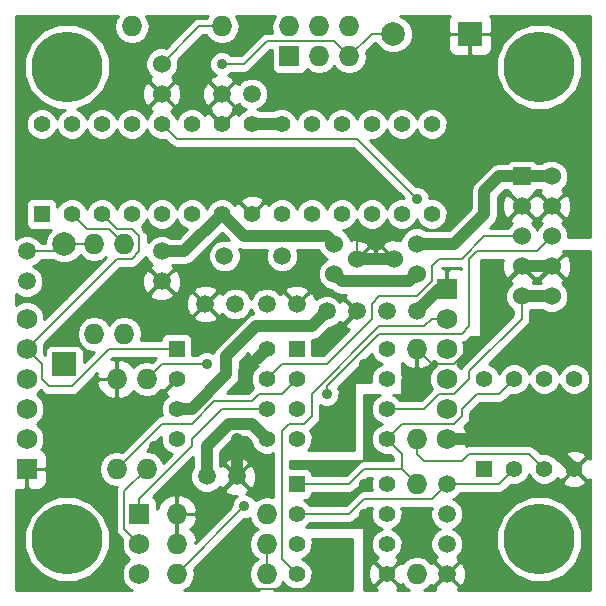
<source format=gbl>
%FSLAX36Y36*%
G04 Gerber Fmt 3.6, Leading zero omitted, Abs format (unit inch)*
G04 Created by KiCad (PCBNEW (2014-jul-16 BZR unknown)-product) date Tue 27 Jan 2015 11:40:33 AM PST*
%MOIN*%
G01*
G04 APERTURE LIST*
%ADD10C,0.003937*%
%ADD11C,0.059100*%
%ADD12C,0.078700*%
%ADD13R,0.078700X0.078700*%
%ADD14C,0.060000*%
%ADD15R,0.068000X0.068000*%
%ADD16C,0.068000*%
%ADD17R,0.060000X0.060000*%
%ADD18O,0.068000X0.068000*%
%ADD19R,0.055000X0.055000*%
%ADD20C,0.055000*%
%ADD21C,0.236220*%
%ADD22C,0.035000*%
%ADD23C,0.040000*%
%ADD24C,0.008000*%
%ADD25C,0.010000*%
G04 APERTURE END LIST*
D10*
D11*
X4000000Y-4850000D03*
X4000000Y-4750000D03*
X4695000Y-4925000D03*
X4595000Y-4925000D03*
X5200000Y-4950000D03*
X5300000Y-4950000D03*
X4800000Y-4925000D03*
X4900000Y-4925000D03*
X5000000Y-4950000D03*
X5100000Y-4950000D03*
D12*
X4125000Y-4725000D03*
D13*
X4125000Y-5125000D03*
D14*
X4450000Y-4125000D03*
X4450000Y-4225000D03*
D15*
X4375000Y-5625000D03*
D16*
X4375000Y-5725000D03*
X4375000Y-5825000D03*
D17*
X5650000Y-4500000D03*
D14*
X5750000Y-4500000D03*
X5650000Y-4600000D03*
X5750000Y-4600000D03*
X5650000Y-4700000D03*
X5750000Y-4700000D03*
X5650000Y-4800000D03*
X5750000Y-4800000D03*
X5650000Y-4900000D03*
X5750000Y-4900000D03*
D15*
X4000000Y-5475000D03*
D16*
X4000000Y-5375000D03*
X4000000Y-5275000D03*
X4000000Y-5175000D03*
X4000000Y-5075000D03*
X4000000Y-4975000D03*
D15*
X4875000Y-4100000D03*
D18*
X4875000Y-4000000D03*
X4975000Y-4100000D03*
X4975000Y-4000000D03*
X5075000Y-4100000D03*
X5075000Y-4000000D03*
D13*
X5478000Y-4025000D03*
D12*
X5222000Y-4025000D03*
D11*
X4658900Y-4765000D03*
X4851100Y-4765000D03*
D19*
X4900000Y-5075000D03*
D20*
X4900000Y-5175000D03*
X4900000Y-5275000D03*
X4900000Y-5375000D03*
X5200000Y-5375000D03*
X5200000Y-5275000D03*
X5200000Y-5175000D03*
X5200000Y-5075000D03*
D11*
X4450000Y-4750000D03*
X4450000Y-4850000D03*
X4750000Y-4225000D03*
X4650000Y-4225000D03*
X5400000Y-5725000D03*
X5400000Y-5825000D03*
X5400000Y-5625000D03*
X5400000Y-5525000D03*
D15*
X5400000Y-4875000D03*
D16*
X5400000Y-4975000D03*
X5400000Y-5075000D03*
X5400000Y-5175000D03*
X5400000Y-5275000D03*
X5400000Y-5375000D03*
D20*
X4150000Y-4625000D03*
X4250000Y-4625000D03*
X4350000Y-4625000D03*
X4450000Y-4625000D03*
X4550000Y-4625000D03*
X4650000Y-4625000D03*
X4750000Y-4625000D03*
X4850000Y-4625000D03*
X4950000Y-4625000D03*
X5050000Y-4625000D03*
X5150000Y-4625000D03*
X5250000Y-4625000D03*
X5350000Y-4625000D03*
D19*
X4050000Y-4625000D03*
D20*
X5350000Y-4325000D03*
X5250000Y-4325000D03*
X5150000Y-4325000D03*
X5050000Y-4325000D03*
X4950000Y-4325000D03*
X4850000Y-4325000D03*
X4750000Y-4325000D03*
X4650000Y-4325000D03*
X4550000Y-4325000D03*
X4450000Y-4325000D03*
X4350000Y-4325000D03*
X4250000Y-4325000D03*
X4150000Y-4325000D03*
X4050000Y-4325000D03*
D19*
X4900000Y-5525000D03*
D20*
X4900000Y-5625000D03*
X4900000Y-5725000D03*
X4900000Y-5825000D03*
X5200000Y-5825000D03*
X5200000Y-5725000D03*
X5200000Y-5625000D03*
X5200000Y-5525000D03*
D19*
X5525000Y-5475000D03*
D20*
X5625000Y-5475000D03*
X5725000Y-5475000D03*
X5825000Y-5475000D03*
X5825000Y-5175000D03*
X5725000Y-5175000D03*
X5625000Y-5175000D03*
X5525000Y-5175000D03*
D14*
X5300000Y-4825000D03*
X5225000Y-4775000D03*
X5300000Y-4725000D03*
D19*
X4500000Y-5075000D03*
D20*
X4500000Y-5175000D03*
X4500000Y-5275000D03*
X4500000Y-5375000D03*
X4800000Y-5375000D03*
X4800000Y-5275000D03*
X4800000Y-5175000D03*
X4800000Y-5075000D03*
D14*
X5025000Y-4725000D03*
X5100000Y-4775000D03*
X5025000Y-4825000D03*
D18*
X4225000Y-4725000D03*
X4225000Y-5025000D03*
X4400000Y-5175000D03*
X4400000Y-5475000D03*
X4325000Y-5025000D03*
X4325000Y-4725000D03*
X4300000Y-5175000D03*
X4300000Y-5475000D03*
X4800000Y-5825000D03*
X4500000Y-5825000D03*
X4500000Y-5725000D03*
X4800000Y-5725000D03*
X4500000Y-5625000D03*
X4800000Y-5625000D03*
X4350000Y-4000000D03*
X4650000Y-4000000D03*
X5300000Y-5825000D03*
X5300000Y-5525000D03*
X5300000Y-5075000D03*
X5300000Y-5375000D03*
D11*
X4600000Y-5500000D03*
X4700000Y-5500000D03*
D21*
X5708661Y-5708661D03*
X4133858Y-5708661D03*
X5708661Y-4133858D03*
X4133858Y-4133858D03*
D22*
X4225000Y-4475000D03*
X4600000Y-4475000D03*
X5125000Y-4500000D03*
X5200958Y-4400958D03*
X5325000Y-4400000D03*
X4925000Y-4475000D03*
X5000000Y-5825000D03*
X4625000Y-5775000D03*
X4425000Y-5400000D03*
X4125000Y-4900000D03*
X4075000Y-4800000D03*
X4000000Y-4525000D03*
X4125000Y-5025000D03*
X4550000Y-4100000D03*
X4450000Y-4025000D03*
X4825000Y-4200000D03*
X5000000Y-4250000D03*
X4925000Y-4200000D03*
X5050000Y-5350000D03*
X5125000Y-5125000D03*
X5000000Y-5050000D03*
X4725000Y-5175000D03*
X4700000Y-5375000D03*
X4575000Y-4825000D03*
X4750000Y-4800000D03*
X4400000Y-4675000D03*
X4400000Y-4475000D03*
X5100000Y-4700000D03*
X5000000Y-5225000D03*
X4600000Y-5125000D03*
X4650000Y-4125000D03*
X5025000Y-5475000D03*
X5125000Y-5525000D03*
X5125000Y-5625000D03*
X5150000Y-5425000D03*
X5300000Y-5225000D03*
X4725000Y-5600000D03*
X5300000Y-4575000D03*
D23*
X5100000Y-4775000D02*
X5225000Y-4775000D01*
X5375000Y-4875000D02*
X5400000Y-4875000D01*
X5300000Y-4950000D02*
X5375000Y-4875000D01*
X4600000Y-4475000D02*
X4400000Y-4475000D01*
X4225000Y-4475000D02*
X4400000Y-4475000D01*
X4950000Y-4500000D02*
X5125000Y-4500000D01*
X5200958Y-4400958D02*
X5324042Y-4400958D01*
X5324042Y-4400958D02*
X5325000Y-4400000D01*
X4600000Y-4475000D02*
X4925000Y-4475000D01*
X4925000Y-4475000D02*
X4950000Y-4500000D01*
D24*
X4725000Y-5875000D02*
X4950000Y-5875000D01*
X4950000Y-5875000D02*
X5000000Y-5825000D01*
X4625000Y-5775000D02*
X4725000Y-5875000D01*
X4125000Y-4900000D02*
X4075000Y-4850000D01*
X4075000Y-4850000D02*
X4075000Y-4800000D01*
X4450000Y-4850000D02*
X4350000Y-4950000D01*
X4175000Y-4975000D02*
X4125000Y-5025000D01*
X4175000Y-4950000D02*
X4175000Y-4975000D01*
X4350000Y-4950000D02*
X4175000Y-4950000D01*
X4550000Y-4125000D02*
X4550000Y-4100000D01*
X4450000Y-4225000D02*
X4550000Y-4125000D01*
X4375000Y-4150000D02*
X4375000Y-4100000D01*
X4375000Y-4100000D02*
X4450000Y-4025000D01*
X4450000Y-4225000D02*
X4375000Y-4150000D01*
X5478000Y-4025000D02*
X5475000Y-4028000D01*
X5000000Y-4250000D02*
X4975000Y-4250000D01*
X5325000Y-4250000D02*
X5000000Y-4250000D01*
X5475000Y-4100000D02*
X5325000Y-4250000D01*
X5475000Y-4100000D02*
X5475000Y-4028000D01*
X4975000Y-4250000D02*
X4925000Y-4200000D01*
X4825000Y-4200000D02*
X4925000Y-4200000D01*
X5050000Y-5200000D02*
X5050000Y-5350000D01*
X5125000Y-5125000D02*
X5050000Y-5200000D01*
X5100000Y-4950000D02*
X5000000Y-5050000D01*
D23*
X4725000Y-5175000D02*
X4725000Y-5150000D01*
X4725000Y-5150000D02*
X4800000Y-5075000D01*
X4700000Y-5500000D02*
X4700000Y-5375000D01*
D24*
X4725000Y-4825000D02*
X4575000Y-4825000D01*
X4750000Y-4800000D02*
X4725000Y-4825000D01*
X5100000Y-4775000D02*
X5100000Y-4700000D01*
D23*
X5275000Y-4850000D02*
X5300000Y-4825000D01*
X5050000Y-4850000D02*
X5275000Y-4850000D01*
X5025000Y-4825000D02*
X5050000Y-4850000D01*
X4950000Y-5000000D02*
X4765000Y-5000000D01*
X4765000Y-5000000D02*
X4665000Y-5100000D01*
X4665000Y-5100000D02*
X4665000Y-5160000D01*
X4665000Y-5160000D02*
X4550000Y-5275000D01*
X4550000Y-5275000D02*
X4500000Y-5275000D01*
X5000000Y-4950000D02*
X4950000Y-5000000D01*
D24*
X4575000Y-4000000D02*
X4650000Y-4000000D01*
X4450000Y-4125000D02*
X4575000Y-4000000D01*
X5700000Y-4750000D02*
X5625000Y-4750000D01*
X5625000Y-4750000D02*
X5500000Y-4750000D01*
X5500000Y-4750000D02*
X5475000Y-4775000D01*
X5475000Y-4775000D02*
X5475000Y-5000000D01*
X5475000Y-5000000D02*
X5450000Y-5025000D01*
X5450000Y-5025000D02*
X5175000Y-5025000D01*
X5175000Y-5025000D02*
X5000000Y-5200000D01*
X5000000Y-5200000D02*
X5000000Y-5225000D01*
X5750000Y-4700000D02*
X5700000Y-4750000D01*
X4550000Y-5375000D02*
X4550000Y-5400000D01*
X4650000Y-5275000D02*
X4550000Y-5375000D01*
X4800000Y-5275000D02*
X4650000Y-5275000D01*
X4375000Y-5575000D02*
X4375000Y-5625000D01*
X4550000Y-5400000D02*
X4375000Y-5575000D01*
X4400000Y-5475000D02*
X4325000Y-5550000D01*
X4325000Y-5675000D02*
X4325000Y-5550000D01*
X4375000Y-5725000D02*
X4325000Y-5675000D01*
X4850000Y-5125000D02*
X5000000Y-5125000D01*
X5000000Y-5125000D02*
X5150000Y-4975000D01*
X5150000Y-4975000D02*
X5150000Y-4925000D01*
X5150000Y-4925000D02*
X5175000Y-4900000D01*
X5175000Y-4900000D02*
X5300000Y-4900000D01*
X5300000Y-4900000D02*
X5350000Y-4850000D01*
X5350000Y-4850000D02*
X5350000Y-4800000D01*
X5350000Y-4800000D02*
X5375000Y-4775000D01*
X5375000Y-4775000D02*
X5450000Y-4775000D01*
X5450000Y-4775000D02*
X5525000Y-4700000D01*
X5525000Y-4700000D02*
X5650000Y-4700000D01*
X4800000Y-5175000D02*
X4850000Y-5125000D01*
X4450000Y-5125000D02*
X4600000Y-5125000D01*
X4400000Y-5175000D02*
X4450000Y-5125000D01*
X4200000Y-4675000D02*
X4275000Y-4675000D01*
X4275000Y-4675000D02*
X4325000Y-4725000D01*
X4150000Y-4625000D02*
X4200000Y-4675000D01*
X4050000Y-5125000D02*
X4050000Y-5175000D01*
X4050000Y-5175000D02*
X4075000Y-5200000D01*
X4075000Y-5200000D02*
X4150000Y-5200000D01*
X4150000Y-5200000D02*
X4275000Y-5075000D01*
X4275000Y-5075000D02*
X4500000Y-5075000D01*
X4000000Y-5075000D02*
X4050000Y-5125000D01*
X4300000Y-4775000D02*
X4350000Y-4775000D01*
X4350000Y-4775000D02*
X4375000Y-4750000D01*
X4375000Y-4750000D02*
X4375000Y-4700000D01*
X4375000Y-4700000D02*
X4350000Y-4675000D01*
X4350000Y-4675000D02*
X4300000Y-4675000D01*
X4300000Y-4675000D02*
X4250000Y-4625000D01*
X4000000Y-5075000D02*
X4300000Y-4775000D01*
X4100000Y-4750000D02*
X4125000Y-4725000D01*
X4000000Y-4750000D02*
X4100000Y-4750000D01*
X4125000Y-4725000D02*
X4225000Y-4725000D01*
X5150000Y-4025000D02*
X5222000Y-4025000D01*
X5075000Y-4100000D02*
X5150000Y-4025000D01*
X5025000Y-4050000D02*
X5075000Y-4100000D01*
X5025000Y-4050000D02*
X4800000Y-4050000D01*
X4725000Y-4125000D02*
X4800000Y-4050000D01*
X4650000Y-4125000D02*
X4725000Y-4125000D01*
D23*
X5575000Y-4500000D02*
X5650000Y-4500000D01*
X5525000Y-4550000D02*
X5575000Y-4500000D01*
X5525000Y-4625000D02*
X5525000Y-4550000D01*
X5425000Y-4725000D02*
X5525000Y-4625000D01*
X5300000Y-4725000D02*
X5425000Y-4725000D01*
X5650000Y-4500000D02*
X5750000Y-4500000D01*
X5000000Y-4700000D02*
X4725000Y-4700000D01*
X4725000Y-4700000D02*
X4650000Y-4625000D01*
X5025000Y-4725000D02*
X5000000Y-4700000D01*
X4525000Y-4750000D02*
X4650000Y-4625000D01*
X4450000Y-4750000D02*
X4525000Y-4750000D01*
X4750000Y-4325000D02*
X4850000Y-4325000D01*
X4675000Y-5325000D02*
X4600000Y-5400000D01*
X4750000Y-5325000D02*
X4675000Y-5325000D01*
X4800000Y-5375000D02*
X4750000Y-5325000D01*
X4600000Y-5500000D02*
X4600000Y-5400000D01*
D24*
X5250000Y-5475000D02*
X5250000Y-5425000D01*
X5250000Y-5425000D02*
X5200000Y-5375000D01*
X5300000Y-5525000D02*
X5250000Y-5475000D01*
X5250000Y-5475000D02*
X5125000Y-5475000D01*
X5200000Y-5375000D02*
X5250000Y-5325000D01*
X5250000Y-5325000D02*
X5425000Y-5325000D01*
X5075000Y-5525000D02*
X5125000Y-5475000D01*
X4900000Y-5525000D02*
X5075000Y-5525000D01*
X5575000Y-5225000D02*
X5500000Y-5225000D01*
X5500000Y-5225000D02*
X5450000Y-5275000D01*
X5450000Y-5275000D02*
X5450000Y-5300000D01*
X5450000Y-5300000D02*
X5425000Y-5325000D01*
X5625000Y-5175000D02*
X5575000Y-5225000D01*
D23*
X5750000Y-4800000D02*
X5650000Y-4800000D01*
D24*
X5350000Y-5125000D02*
X5425000Y-5125000D01*
X5425000Y-5125000D02*
X5550000Y-5000000D01*
X5550000Y-5000000D02*
X5550000Y-4900000D01*
X5550000Y-4900000D02*
X5650000Y-4800000D01*
X5300000Y-5075000D02*
X5350000Y-5125000D01*
D23*
X5725000Y-5375000D02*
X5400000Y-5375000D01*
X5825000Y-5475000D02*
X5725000Y-5375000D01*
D24*
X5125000Y-5450000D02*
X5050000Y-5450000D01*
X5050000Y-5450000D02*
X5025000Y-5475000D01*
X5150000Y-5425000D02*
X5125000Y-5450000D01*
X5300000Y-5075000D02*
X5300000Y-5225000D01*
X5125000Y-5575000D02*
X5350000Y-5575000D01*
X5575000Y-5525000D02*
X5625000Y-5475000D01*
X5400000Y-5525000D02*
X5350000Y-5575000D01*
X5400000Y-5525000D02*
X5575000Y-5525000D01*
X5075000Y-5625000D02*
X5125000Y-5575000D01*
X4900000Y-5625000D02*
X5075000Y-5625000D01*
D23*
X5750000Y-4900000D02*
X5650000Y-4900000D01*
D24*
X5475000Y-5175000D02*
X5475000Y-5150000D01*
X5425000Y-5225000D02*
X5475000Y-5175000D01*
X5375000Y-5225000D02*
X5425000Y-5225000D01*
X5325000Y-5275000D02*
X5375000Y-5225000D01*
X5200000Y-5275000D02*
X5325000Y-5275000D01*
X5650000Y-4975000D02*
X5475000Y-5150000D01*
X5650000Y-4900000D02*
X5650000Y-4975000D01*
X4775000Y-5225000D02*
X4850000Y-5225000D01*
X4850000Y-5225000D02*
X4900000Y-5175000D01*
X4450000Y-5325000D02*
X4550000Y-5325000D01*
X4550000Y-5325000D02*
X4625000Y-5250000D01*
X4300000Y-5475000D02*
X4450000Y-5325000D01*
X4750000Y-5250000D02*
X4625000Y-5250000D01*
X4775000Y-5225000D02*
X4750000Y-5250000D01*
X4800000Y-5725000D02*
X4800000Y-5825000D01*
X4500000Y-5825000D02*
X4725000Y-5600000D01*
X5350000Y-4975000D02*
X5325000Y-5000000D01*
X5325000Y-5000000D02*
X5175000Y-5000000D01*
X5175000Y-5000000D02*
X4950000Y-5225000D01*
X4950000Y-5225000D02*
X4950000Y-5300000D01*
X4950000Y-5300000D02*
X4925000Y-5325000D01*
X4925000Y-5325000D02*
X4875000Y-5325000D01*
X4875000Y-5325000D02*
X4850000Y-5350000D01*
X4850000Y-5350000D02*
X4850000Y-5775000D01*
X4850000Y-5775000D02*
X4900000Y-5825000D01*
X5400000Y-4975000D02*
X5350000Y-4975000D01*
X5300000Y-4575000D02*
X5100000Y-4375000D01*
X5100000Y-4375000D02*
X4500000Y-4375000D01*
X4500000Y-4375000D02*
X4450000Y-4325000D01*
X5675000Y-5425000D02*
X5475000Y-5425000D01*
X5725000Y-5475000D02*
X5675000Y-5425000D01*
X5300000Y-5425000D02*
X5325000Y-5450000D01*
X5325000Y-5450000D02*
X5450000Y-5450000D01*
X5450000Y-5450000D02*
X5475000Y-5425000D01*
X5300000Y-5375000D02*
X5300000Y-5425000D01*
D25*
G36*
X5116370Y-5447717D02*
X5113902Y-5448207D01*
X5104494Y-5454494D01*
X5062988Y-5496000D01*
X4952500Y-5496000D01*
X4952500Y-5492527D01*
X4948694Y-5483339D01*
X4941661Y-5476306D01*
X4932473Y-5472500D01*
X4922527Y-5472500D01*
X4879000Y-5472500D01*
X4879000Y-5447717D01*
X5116370Y-5447717D01*
X5116370Y-5447717D01*
G37*
X5116370Y-5447717D02*
X5113902Y-5448207D01*
X5104494Y-5454494D01*
X5062988Y-5496000D01*
X4952500Y-5496000D01*
X4952500Y-5492527D01*
X4948694Y-5483339D01*
X4941661Y-5476306D01*
X4932473Y-5472500D01*
X4922527Y-5472500D01*
X4879000Y-5472500D01*
X4879000Y-5447717D01*
X5116370Y-5447717D01*
G36*
X5151874Y-5504000D02*
X5147509Y-5514511D01*
X5147491Y-5535397D01*
X5151872Y-5546000D01*
X5125000Y-5546000D01*
X5113902Y-5548207D01*
X5104494Y-5554494D01*
X5062988Y-5596000D01*
X4944823Y-5596000D01*
X4944533Y-5595300D01*
X4929778Y-5580519D01*
X4922508Y-5577500D01*
X4932473Y-5577500D01*
X4941661Y-5573694D01*
X4948694Y-5566661D01*
X4952500Y-5557473D01*
X4952500Y-5554000D01*
X5075000Y-5554000D01*
X5086098Y-5551793D01*
X5095506Y-5545506D01*
X5137012Y-5504000D01*
X5151874Y-5504000D01*
X5151874Y-5504000D01*
G37*
X5151874Y-5504000D02*
X5147509Y-5514511D01*
X5147491Y-5535397D01*
X5151872Y-5546000D01*
X5125000Y-5546000D01*
X5113902Y-5548207D01*
X5104494Y-5554494D01*
X5062988Y-5596000D01*
X4944823Y-5596000D01*
X4944533Y-5595300D01*
X4929778Y-5580519D01*
X4922508Y-5577500D01*
X4932473Y-5577500D01*
X4941661Y-5573694D01*
X4948694Y-5566661D01*
X4952500Y-5557473D01*
X4952500Y-5554000D01*
X5075000Y-5554000D01*
X5086098Y-5551793D01*
X5095506Y-5545506D01*
X5137012Y-5504000D01*
X5151874Y-5504000D01*
G36*
X5221000Y-5446000D02*
X5125000Y-5446000D01*
X5123104Y-5446377D01*
X5123495Y-5226850D01*
X5179052Y-5226850D01*
X5170300Y-5230467D01*
X5155519Y-5245222D01*
X5147509Y-5264511D01*
X5147491Y-5285397D01*
X5155467Y-5304700D01*
X5170222Y-5319481D01*
X5183521Y-5325004D01*
X5170300Y-5330467D01*
X5155519Y-5345222D01*
X5147509Y-5364511D01*
X5147491Y-5385397D01*
X5155467Y-5404700D01*
X5170222Y-5419481D01*
X5189511Y-5427491D01*
X5210397Y-5427509D01*
X5211175Y-5427188D01*
X5221000Y-5437012D01*
X5221000Y-5446000D01*
X5221000Y-5446000D01*
G37*
X5221000Y-5446000D02*
X5125000Y-5446000D01*
X5123104Y-5446377D01*
X5123495Y-5226850D01*
X5179052Y-5226850D01*
X5170300Y-5230467D01*
X5155519Y-5245222D01*
X5147509Y-5264511D01*
X5147491Y-5285397D01*
X5155467Y-5304700D01*
X5170222Y-5319481D01*
X5183521Y-5325004D01*
X5170300Y-5330467D01*
X5155519Y-5345222D01*
X5147509Y-5364511D01*
X5147491Y-5385397D01*
X5155467Y-5404700D01*
X5170222Y-5419481D01*
X5189511Y-5427491D01*
X5210397Y-5427509D01*
X5211175Y-5427188D01*
X5221000Y-5437012D01*
X5221000Y-5446000D01*
G36*
X5366572Y-5125004D02*
X5350011Y-5141536D01*
X5341010Y-5163213D01*
X5340990Y-5186684D01*
X5349953Y-5208377D01*
X5350282Y-5208706D01*
X5312988Y-5246000D01*
X5244823Y-5246000D01*
X5244533Y-5245300D01*
X5229778Y-5230519D01*
X5220944Y-5226850D01*
X5250276Y-5226850D01*
X5250276Y-5190824D01*
X5252491Y-5185489D01*
X5252509Y-5164603D01*
X5250276Y-5159197D01*
X5250276Y-5120916D01*
X5260256Y-5131404D01*
X5284866Y-5142320D01*
X5288219Y-5142987D01*
X5299000Y-5135242D01*
X5299000Y-5076000D01*
X5298213Y-5076000D01*
X5298213Y-5074000D01*
X5299000Y-5074000D01*
X5299000Y-5073213D01*
X5301000Y-5073213D01*
X5301000Y-5074000D01*
X5301787Y-5074000D01*
X5301787Y-5076000D01*
X5301000Y-5076000D01*
X5301000Y-5135242D01*
X5311781Y-5142987D01*
X5315134Y-5142320D01*
X5339744Y-5131404D01*
X5355945Y-5114380D01*
X5366536Y-5124989D01*
X5366572Y-5125004D01*
X5366572Y-5125004D01*
G37*
X5366572Y-5125004D02*
X5350011Y-5141536D01*
X5341010Y-5163213D01*
X5340990Y-5186684D01*
X5349953Y-5208377D01*
X5350282Y-5208706D01*
X5312988Y-5246000D01*
X5244823Y-5246000D01*
X5244533Y-5245300D01*
X5229778Y-5230519D01*
X5220944Y-5226850D01*
X5250276Y-5226850D01*
X5250276Y-5190824D01*
X5252491Y-5185489D01*
X5252509Y-5164603D01*
X5250276Y-5159197D01*
X5250276Y-5120916D01*
X5260256Y-5131404D01*
X5284866Y-5142320D01*
X5288219Y-5142987D01*
X5299000Y-5135242D01*
X5299000Y-5076000D01*
X5298213Y-5076000D01*
X5298213Y-5074000D01*
X5299000Y-5074000D01*
X5299000Y-5073213D01*
X5301000Y-5073213D01*
X5301000Y-5074000D01*
X5301787Y-5074000D01*
X5301787Y-5076000D01*
X5301000Y-5076000D01*
X5301000Y-5135242D01*
X5311781Y-5142987D01*
X5315134Y-5142320D01*
X5339744Y-5131404D01*
X5355945Y-5114380D01*
X5366536Y-5124989D01*
X5366572Y-5125004D01*
G36*
X5401971Y-5375557D02*
X5400557Y-5376971D01*
X5400000Y-5376414D01*
X5399443Y-5376971D01*
X5398029Y-5375557D01*
X5398586Y-5375000D01*
X5398029Y-5374443D01*
X5399443Y-5373029D01*
X5400000Y-5373586D01*
X5400557Y-5373029D01*
X5401971Y-5374443D01*
X5401414Y-5375000D01*
X5401971Y-5375557D01*
X5401971Y-5375557D01*
G37*
X5401971Y-5375557D02*
X5400557Y-5376971D01*
X5400000Y-5376414D01*
X5399443Y-5376971D01*
X5398029Y-5375557D01*
X5398586Y-5375000D01*
X5398029Y-5374443D01*
X5399443Y-5373029D01*
X5400000Y-5373586D01*
X5400557Y-5373029D01*
X5401971Y-5374443D01*
X5401414Y-5375000D01*
X5401971Y-5375557D01*
G36*
X5878543Y-5878543D02*
X5863159Y-5878543D01*
X5863159Y-5514573D01*
X5825000Y-5476414D01*
X5786841Y-5514573D01*
X5788357Y-5527136D01*
X5811098Y-5537190D01*
X5835955Y-5537776D01*
X5859145Y-5528805D01*
X5861643Y-5527136D01*
X5863159Y-5514573D01*
X5863159Y-5878543D01*
X5851796Y-5878543D01*
X5851796Y-5680320D01*
X5830055Y-5627702D01*
X5789833Y-5587409D01*
X5737253Y-5565576D01*
X5680320Y-5565526D01*
X5627702Y-5587268D01*
X5587409Y-5627490D01*
X5565576Y-5680070D01*
X5565526Y-5737003D01*
X5587268Y-5789621D01*
X5627490Y-5829914D01*
X5680070Y-5851747D01*
X5737003Y-5851796D01*
X5789621Y-5830055D01*
X5829914Y-5789833D01*
X5851747Y-5737253D01*
X5851796Y-5680320D01*
X5851796Y-5878543D01*
X5464840Y-5878543D01*
X5464840Y-5813718D01*
X5455587Y-5789763D01*
X5453827Y-5787129D01*
X5441052Y-5785363D01*
X5401414Y-5825000D01*
X5441052Y-5864637D01*
X5453827Y-5862871D01*
X5464222Y-5839390D01*
X5464840Y-5813718D01*
X5464840Y-5878543D01*
X5437911Y-5878543D01*
X5439637Y-5866052D01*
X5400000Y-5826414D01*
X5360363Y-5866052D01*
X5362089Y-5878543D01*
X5325753Y-5878543D01*
X5341719Y-5867875D01*
X5345618Y-5862040D01*
X5346173Y-5862871D01*
X5358948Y-5864637D01*
X5398586Y-5825000D01*
X5358948Y-5785363D01*
X5346173Y-5787129D01*
X5345731Y-5788128D01*
X5341719Y-5782125D01*
X5322578Y-5769335D01*
X5300000Y-5764844D01*
X5277422Y-5769335D01*
X5258281Y-5782125D01*
X5253126Y-5789839D01*
X5252136Y-5788357D01*
X5239573Y-5786841D01*
X5201414Y-5825000D01*
X5239573Y-5863159D01*
X5252136Y-5861643D01*
X5252924Y-5859859D01*
X5258281Y-5867875D01*
X5274247Y-5878543D01*
X5234536Y-5878543D01*
X5236643Y-5877136D01*
X5238159Y-5864573D01*
X5200000Y-5826414D01*
X5198586Y-5827828D01*
X5198586Y-5825000D01*
X5160427Y-5786841D01*
X5147864Y-5788357D01*
X5137810Y-5811098D01*
X5137224Y-5835955D01*
X5146195Y-5859145D01*
X5147864Y-5861643D01*
X5160427Y-5863159D01*
X5198586Y-5825000D01*
X5198586Y-5827828D01*
X5161841Y-5864573D01*
X5163357Y-5877136D01*
X5166541Y-5878543D01*
X5123458Y-5878543D01*
X5123102Y-5670015D01*
X4929813Y-5669421D01*
X4944481Y-5654778D01*
X4944804Y-5654000D01*
X5075000Y-5654000D01*
X5086098Y-5651793D01*
X5095506Y-5645506D01*
X5137012Y-5604000D01*
X5151874Y-5604000D01*
X5147509Y-5614511D01*
X5147491Y-5635397D01*
X5155467Y-5654700D01*
X5170222Y-5669481D01*
X5183521Y-5675004D01*
X5170300Y-5680467D01*
X5155519Y-5695222D01*
X5147509Y-5714511D01*
X5147491Y-5735397D01*
X5155467Y-5754700D01*
X5170222Y-5769481D01*
X5170253Y-5769494D01*
X5165855Y-5771195D01*
X5163357Y-5772864D01*
X5161841Y-5785427D01*
X5200000Y-5823586D01*
X5238159Y-5785427D01*
X5236643Y-5772864D01*
X5229394Y-5769660D01*
X5229700Y-5769533D01*
X5244481Y-5754778D01*
X5252491Y-5735489D01*
X5252509Y-5714603D01*
X5244533Y-5695300D01*
X5229778Y-5680519D01*
X5216478Y-5674996D01*
X5229700Y-5669533D01*
X5244481Y-5654778D01*
X5252491Y-5635489D01*
X5252509Y-5614603D01*
X5248128Y-5604000D01*
X5349654Y-5604000D01*
X5345459Y-5614102D01*
X5345441Y-5635803D01*
X5353728Y-5655860D01*
X5369060Y-5671218D01*
X5378165Y-5674999D01*
X5369140Y-5678728D01*
X5353782Y-5694060D01*
X5345459Y-5714102D01*
X5345441Y-5735803D01*
X5353728Y-5755860D01*
X5366563Y-5768718D01*
X5364763Y-5769413D01*
X5362129Y-5771173D01*
X5360363Y-5783948D01*
X5400000Y-5823586D01*
X5439637Y-5783948D01*
X5437871Y-5771173D01*
X5433083Y-5769053D01*
X5446218Y-5755940D01*
X5454541Y-5735898D01*
X5454559Y-5714197D01*
X5446272Y-5694140D01*
X5430940Y-5678782D01*
X5421835Y-5675001D01*
X5430860Y-5671272D01*
X5446218Y-5655940D01*
X5454541Y-5635898D01*
X5454559Y-5614197D01*
X5446272Y-5594140D01*
X5430940Y-5578782D01*
X5421835Y-5575001D01*
X5430860Y-5571272D01*
X5446218Y-5555940D01*
X5447024Y-5554000D01*
X5575000Y-5554000D01*
X5586098Y-5551793D01*
X5595506Y-5545506D01*
X5613812Y-5527200D01*
X5614511Y-5527491D01*
X5635397Y-5527509D01*
X5654700Y-5519533D01*
X5669481Y-5504778D01*
X5675004Y-5491478D01*
X5680467Y-5504700D01*
X5695222Y-5519481D01*
X5714511Y-5527491D01*
X5735397Y-5527509D01*
X5754700Y-5519533D01*
X5769481Y-5504778D01*
X5769494Y-5504747D01*
X5771195Y-5509145D01*
X5772864Y-5511643D01*
X5785427Y-5513159D01*
X5823586Y-5475000D01*
X5785427Y-5436841D01*
X5772864Y-5438357D01*
X5769660Y-5445606D01*
X5769533Y-5445300D01*
X5754778Y-5430519D01*
X5735489Y-5422509D01*
X5714603Y-5422491D01*
X5713825Y-5422812D01*
X5695506Y-5404494D01*
X5686098Y-5398207D01*
X5675000Y-5396000D01*
X5475000Y-5396000D01*
X5465316Y-5397926D01*
X5468634Y-5390449D01*
X5469322Y-5363008D01*
X5459456Y-5337392D01*
X5457498Y-5334461D01*
X5456691Y-5334321D01*
X5470506Y-5320506D01*
X5476793Y-5311098D01*
X5476793Y-5311098D01*
X5479000Y-5300000D01*
X5479000Y-5287012D01*
X5512012Y-5254000D01*
X5575000Y-5254000D01*
X5586098Y-5251793D01*
X5595506Y-5245506D01*
X5613812Y-5227200D01*
X5614511Y-5227491D01*
X5635397Y-5227509D01*
X5654700Y-5219533D01*
X5669481Y-5204778D01*
X5675004Y-5191478D01*
X5680467Y-5204700D01*
X5695222Y-5219481D01*
X5714511Y-5227491D01*
X5735397Y-5227509D01*
X5754700Y-5219533D01*
X5769481Y-5204778D01*
X5775004Y-5191478D01*
X5780467Y-5204700D01*
X5795222Y-5219481D01*
X5814511Y-5227491D01*
X5835397Y-5227509D01*
X5854700Y-5219533D01*
X5869481Y-5204778D01*
X5877491Y-5185489D01*
X5877509Y-5164603D01*
X5869533Y-5145300D01*
X5854778Y-5130519D01*
X5835489Y-5122509D01*
X5815294Y-5122491D01*
X5815294Y-4788646D01*
X5805978Y-4764524D01*
X5804198Y-4761859D01*
X5791376Y-4760038D01*
X5751414Y-4800000D01*
X5791376Y-4839962D01*
X5804198Y-4838141D01*
X5814668Y-4814497D01*
X5815294Y-4788646D01*
X5815294Y-5122491D01*
X5814603Y-5122491D01*
X5795300Y-5130467D01*
X5780519Y-5145222D01*
X5774996Y-5158521D01*
X5769533Y-5145300D01*
X5754778Y-5130519D01*
X5735489Y-5122509D01*
X5714603Y-5122491D01*
X5695300Y-5130467D01*
X5680519Y-5145222D01*
X5674996Y-5158521D01*
X5669533Y-5145300D01*
X5654778Y-5130519D01*
X5635489Y-5122509D01*
X5614603Y-5122491D01*
X5595300Y-5130467D01*
X5580519Y-5145222D01*
X5574996Y-5158521D01*
X5569533Y-5145300D01*
X5554778Y-5130519D01*
X5541152Y-5124861D01*
X5670506Y-4995506D01*
X5676793Y-4986098D01*
X5679000Y-4975000D01*
X5679000Y-4947528D01*
X5681114Y-4946654D01*
X5682771Y-4945000D01*
X5717208Y-4945000D01*
X5718804Y-4946600D01*
X5739012Y-4954990D01*
X5760892Y-4955010D01*
X5781114Y-4946654D01*
X5796600Y-4931196D01*
X5804990Y-4910988D01*
X5805010Y-4889108D01*
X5796654Y-4868886D01*
X5784244Y-4856454D01*
X5785476Y-4855978D01*
X5788141Y-4854198D01*
X5789962Y-4841376D01*
X5750000Y-4801414D01*
X5710038Y-4841376D01*
X5711859Y-4854198D01*
X5713670Y-4855000D01*
X5686941Y-4855000D01*
X5688141Y-4854198D01*
X5689962Y-4841376D01*
X5650000Y-4801414D01*
X5610038Y-4841376D01*
X5611859Y-4854198D01*
X5616135Y-4856092D01*
X5603400Y-4868804D01*
X5595010Y-4889012D01*
X5594990Y-4910892D01*
X5603346Y-4931114D01*
X5618804Y-4946600D01*
X5621000Y-4947511D01*
X5621000Y-4962988D01*
X5454494Y-5129494D01*
X5448207Y-5138902D01*
X5448062Y-5139634D01*
X5433464Y-5125011D01*
X5433428Y-5124996D01*
X5449989Y-5108464D01*
X5458990Y-5086787D01*
X5459010Y-5063316D01*
X5454769Y-5053051D01*
X5461098Y-5051793D01*
X5470506Y-5045506D01*
X5481248Y-5034764D01*
X5512874Y-5034717D01*
X5512874Y-4779000D01*
X5588211Y-4779000D01*
X5585332Y-4785503D01*
X5584706Y-4811354D01*
X5594022Y-4835476D01*
X5595802Y-4838141D01*
X5608624Y-4839962D01*
X5648586Y-4800000D01*
X5648029Y-4799443D01*
X5649443Y-4798029D01*
X5650000Y-4798586D01*
X5650557Y-4798029D01*
X5651971Y-4799443D01*
X5651414Y-4800000D01*
X5691376Y-4839962D01*
X5700000Y-4838737D01*
X5708624Y-4839962D01*
X5748586Y-4800000D01*
X5748029Y-4799443D01*
X5749443Y-4798029D01*
X5750000Y-4798586D01*
X5789962Y-4758624D01*
X5788581Y-4748898D01*
X5878543Y-4748898D01*
X5878543Y-5440464D01*
X5877136Y-5438357D01*
X5864573Y-5436841D01*
X5863159Y-5438255D01*
X5863159Y-5435427D01*
X5861643Y-5422864D01*
X5838902Y-5412810D01*
X5814045Y-5412224D01*
X5790855Y-5421195D01*
X5788357Y-5422864D01*
X5786841Y-5435427D01*
X5825000Y-5473586D01*
X5863159Y-5435427D01*
X5863159Y-5438255D01*
X5826414Y-5475000D01*
X5864573Y-5513159D01*
X5877136Y-5511643D01*
X5878543Y-5508459D01*
X5878543Y-5878543D01*
X5878543Y-5878543D01*
G37*
X5878543Y-5878543D02*
X5863159Y-5878543D01*
X5863159Y-5514573D01*
X5825000Y-5476414D01*
X5786841Y-5514573D01*
X5788357Y-5527136D01*
X5811098Y-5537190D01*
X5835955Y-5537776D01*
X5859145Y-5528805D01*
X5861643Y-5527136D01*
X5863159Y-5514573D01*
X5863159Y-5878543D01*
X5851796Y-5878543D01*
X5851796Y-5680320D01*
X5830055Y-5627702D01*
X5789833Y-5587409D01*
X5737253Y-5565576D01*
X5680320Y-5565526D01*
X5627702Y-5587268D01*
X5587409Y-5627490D01*
X5565576Y-5680070D01*
X5565526Y-5737003D01*
X5587268Y-5789621D01*
X5627490Y-5829914D01*
X5680070Y-5851747D01*
X5737003Y-5851796D01*
X5789621Y-5830055D01*
X5829914Y-5789833D01*
X5851747Y-5737253D01*
X5851796Y-5680320D01*
X5851796Y-5878543D01*
X5464840Y-5878543D01*
X5464840Y-5813718D01*
X5455587Y-5789763D01*
X5453827Y-5787129D01*
X5441052Y-5785363D01*
X5401414Y-5825000D01*
X5441052Y-5864637D01*
X5453827Y-5862871D01*
X5464222Y-5839390D01*
X5464840Y-5813718D01*
X5464840Y-5878543D01*
X5437911Y-5878543D01*
X5439637Y-5866052D01*
X5400000Y-5826414D01*
X5360363Y-5866052D01*
X5362089Y-5878543D01*
X5325753Y-5878543D01*
X5341719Y-5867875D01*
X5345618Y-5862040D01*
X5346173Y-5862871D01*
X5358948Y-5864637D01*
X5398586Y-5825000D01*
X5358948Y-5785363D01*
X5346173Y-5787129D01*
X5345731Y-5788128D01*
X5341719Y-5782125D01*
X5322578Y-5769335D01*
X5300000Y-5764844D01*
X5277422Y-5769335D01*
X5258281Y-5782125D01*
X5253126Y-5789839D01*
X5252136Y-5788357D01*
X5239573Y-5786841D01*
X5201414Y-5825000D01*
X5239573Y-5863159D01*
X5252136Y-5861643D01*
X5252924Y-5859859D01*
X5258281Y-5867875D01*
X5274247Y-5878543D01*
X5234536Y-5878543D01*
X5236643Y-5877136D01*
X5238159Y-5864573D01*
X5200000Y-5826414D01*
X5198586Y-5827828D01*
X5198586Y-5825000D01*
X5160427Y-5786841D01*
X5147864Y-5788357D01*
X5137810Y-5811098D01*
X5137224Y-5835955D01*
X5146195Y-5859145D01*
X5147864Y-5861643D01*
X5160427Y-5863159D01*
X5198586Y-5825000D01*
X5198586Y-5827828D01*
X5161841Y-5864573D01*
X5163357Y-5877136D01*
X5166541Y-5878543D01*
X5123458Y-5878543D01*
X5123102Y-5670015D01*
X4929813Y-5669421D01*
X4944481Y-5654778D01*
X4944804Y-5654000D01*
X5075000Y-5654000D01*
X5086098Y-5651793D01*
X5095506Y-5645506D01*
X5137012Y-5604000D01*
X5151874Y-5604000D01*
X5147509Y-5614511D01*
X5147491Y-5635397D01*
X5155467Y-5654700D01*
X5170222Y-5669481D01*
X5183521Y-5675004D01*
X5170300Y-5680467D01*
X5155519Y-5695222D01*
X5147509Y-5714511D01*
X5147491Y-5735397D01*
X5155467Y-5754700D01*
X5170222Y-5769481D01*
X5170253Y-5769494D01*
X5165855Y-5771195D01*
X5163357Y-5772864D01*
X5161841Y-5785427D01*
X5200000Y-5823586D01*
X5238159Y-5785427D01*
X5236643Y-5772864D01*
X5229394Y-5769660D01*
X5229700Y-5769533D01*
X5244481Y-5754778D01*
X5252491Y-5735489D01*
X5252509Y-5714603D01*
X5244533Y-5695300D01*
X5229778Y-5680519D01*
X5216478Y-5674996D01*
X5229700Y-5669533D01*
X5244481Y-5654778D01*
X5252491Y-5635489D01*
X5252509Y-5614603D01*
X5248128Y-5604000D01*
X5349654Y-5604000D01*
X5345459Y-5614102D01*
X5345441Y-5635803D01*
X5353728Y-5655860D01*
X5369060Y-5671218D01*
X5378165Y-5674999D01*
X5369140Y-5678728D01*
X5353782Y-5694060D01*
X5345459Y-5714102D01*
X5345441Y-5735803D01*
X5353728Y-5755860D01*
X5366563Y-5768718D01*
X5364763Y-5769413D01*
X5362129Y-5771173D01*
X5360363Y-5783948D01*
X5400000Y-5823586D01*
X5439637Y-5783948D01*
X5437871Y-5771173D01*
X5433083Y-5769053D01*
X5446218Y-5755940D01*
X5454541Y-5735898D01*
X5454559Y-5714197D01*
X5446272Y-5694140D01*
X5430940Y-5678782D01*
X5421835Y-5675001D01*
X5430860Y-5671272D01*
X5446218Y-5655940D01*
X5454541Y-5635898D01*
X5454559Y-5614197D01*
X5446272Y-5594140D01*
X5430940Y-5578782D01*
X5421835Y-5575001D01*
X5430860Y-5571272D01*
X5446218Y-5555940D01*
X5447024Y-5554000D01*
X5575000Y-5554000D01*
X5586098Y-5551793D01*
X5595506Y-5545506D01*
X5613812Y-5527200D01*
X5614511Y-5527491D01*
X5635397Y-5527509D01*
X5654700Y-5519533D01*
X5669481Y-5504778D01*
X5675004Y-5491478D01*
X5680467Y-5504700D01*
X5695222Y-5519481D01*
X5714511Y-5527491D01*
X5735397Y-5527509D01*
X5754700Y-5519533D01*
X5769481Y-5504778D01*
X5769494Y-5504747D01*
X5771195Y-5509145D01*
X5772864Y-5511643D01*
X5785427Y-5513159D01*
X5823586Y-5475000D01*
X5785427Y-5436841D01*
X5772864Y-5438357D01*
X5769660Y-5445606D01*
X5769533Y-5445300D01*
X5754778Y-5430519D01*
X5735489Y-5422509D01*
X5714603Y-5422491D01*
X5713825Y-5422812D01*
X5695506Y-5404494D01*
X5686098Y-5398207D01*
X5675000Y-5396000D01*
X5475000Y-5396000D01*
X5465316Y-5397926D01*
X5468634Y-5390449D01*
X5469322Y-5363008D01*
X5459456Y-5337392D01*
X5457498Y-5334461D01*
X5456691Y-5334321D01*
X5470506Y-5320506D01*
X5476793Y-5311098D01*
X5476793Y-5311098D01*
X5479000Y-5300000D01*
X5479000Y-5287012D01*
X5512012Y-5254000D01*
X5575000Y-5254000D01*
X5586098Y-5251793D01*
X5595506Y-5245506D01*
X5613812Y-5227200D01*
X5614511Y-5227491D01*
X5635397Y-5227509D01*
X5654700Y-5219533D01*
X5669481Y-5204778D01*
X5675004Y-5191478D01*
X5680467Y-5204700D01*
X5695222Y-5219481D01*
X5714511Y-5227491D01*
X5735397Y-5227509D01*
X5754700Y-5219533D01*
X5769481Y-5204778D01*
X5775004Y-5191478D01*
X5780467Y-5204700D01*
X5795222Y-5219481D01*
X5814511Y-5227491D01*
X5835397Y-5227509D01*
X5854700Y-5219533D01*
X5869481Y-5204778D01*
X5877491Y-5185489D01*
X5877509Y-5164603D01*
X5869533Y-5145300D01*
X5854778Y-5130519D01*
X5835489Y-5122509D01*
X5815294Y-5122491D01*
X5815294Y-4788646D01*
X5805978Y-4764524D01*
X5804198Y-4761859D01*
X5791376Y-4760038D01*
X5751414Y-4800000D01*
X5791376Y-4839962D01*
X5804198Y-4838141D01*
X5814668Y-4814497D01*
X5815294Y-4788646D01*
X5815294Y-5122491D01*
X5814603Y-5122491D01*
X5795300Y-5130467D01*
X5780519Y-5145222D01*
X5774996Y-5158521D01*
X5769533Y-5145300D01*
X5754778Y-5130519D01*
X5735489Y-5122509D01*
X5714603Y-5122491D01*
X5695300Y-5130467D01*
X5680519Y-5145222D01*
X5674996Y-5158521D01*
X5669533Y-5145300D01*
X5654778Y-5130519D01*
X5635489Y-5122509D01*
X5614603Y-5122491D01*
X5595300Y-5130467D01*
X5580519Y-5145222D01*
X5574996Y-5158521D01*
X5569533Y-5145300D01*
X5554778Y-5130519D01*
X5541152Y-5124861D01*
X5670506Y-4995506D01*
X5676793Y-4986098D01*
X5679000Y-4975000D01*
X5679000Y-4947528D01*
X5681114Y-4946654D01*
X5682771Y-4945000D01*
X5717208Y-4945000D01*
X5718804Y-4946600D01*
X5739012Y-4954990D01*
X5760892Y-4955010D01*
X5781114Y-4946654D01*
X5796600Y-4931196D01*
X5804990Y-4910988D01*
X5805010Y-4889108D01*
X5796654Y-4868886D01*
X5784244Y-4856454D01*
X5785476Y-4855978D01*
X5788141Y-4854198D01*
X5789962Y-4841376D01*
X5750000Y-4801414D01*
X5710038Y-4841376D01*
X5711859Y-4854198D01*
X5713670Y-4855000D01*
X5686941Y-4855000D01*
X5688141Y-4854198D01*
X5689962Y-4841376D01*
X5650000Y-4801414D01*
X5610038Y-4841376D01*
X5611859Y-4854198D01*
X5616135Y-4856092D01*
X5603400Y-4868804D01*
X5595010Y-4889012D01*
X5594990Y-4910892D01*
X5603346Y-4931114D01*
X5618804Y-4946600D01*
X5621000Y-4947511D01*
X5621000Y-4962988D01*
X5454494Y-5129494D01*
X5448207Y-5138902D01*
X5448062Y-5139634D01*
X5433464Y-5125011D01*
X5433428Y-5124996D01*
X5449989Y-5108464D01*
X5458990Y-5086787D01*
X5459010Y-5063316D01*
X5454769Y-5053051D01*
X5461098Y-5051793D01*
X5470506Y-5045506D01*
X5481248Y-5034764D01*
X5512874Y-5034717D01*
X5512874Y-4779000D01*
X5588211Y-4779000D01*
X5585332Y-4785503D01*
X5584706Y-4811354D01*
X5594022Y-4835476D01*
X5595802Y-4838141D01*
X5608624Y-4839962D01*
X5648586Y-4800000D01*
X5648029Y-4799443D01*
X5649443Y-4798029D01*
X5650000Y-4798586D01*
X5650557Y-4798029D01*
X5651971Y-4799443D01*
X5651414Y-4800000D01*
X5691376Y-4839962D01*
X5700000Y-4838737D01*
X5708624Y-4839962D01*
X5748586Y-4800000D01*
X5748029Y-4799443D01*
X5749443Y-4798029D01*
X5750000Y-4798586D01*
X5789962Y-4758624D01*
X5788581Y-4748898D01*
X5878543Y-4748898D01*
X5878543Y-5440464D01*
X5877136Y-5438357D01*
X5864573Y-5436841D01*
X5863159Y-5438255D01*
X5863159Y-5435427D01*
X5861643Y-5422864D01*
X5838902Y-5412810D01*
X5814045Y-5412224D01*
X5790855Y-5421195D01*
X5788357Y-5422864D01*
X5786841Y-5435427D01*
X5825000Y-5473586D01*
X5863159Y-5435427D01*
X5863159Y-5438255D01*
X5826414Y-5475000D01*
X5864573Y-5513159D01*
X5877136Y-5511643D01*
X5878543Y-5508459D01*
X5878543Y-5878543D01*
G36*
X4264891Y-4769097D02*
X4059000Y-4974988D01*
X4059010Y-4963316D01*
X4050047Y-4941623D01*
X4033464Y-4925011D01*
X4011787Y-4916010D01*
X3988316Y-4915990D01*
X3966623Y-4924953D01*
X3963976Y-4927595D01*
X3963976Y-4891126D01*
X3969060Y-4896218D01*
X3989102Y-4904541D01*
X4010803Y-4904559D01*
X4030860Y-4896272D01*
X4046218Y-4880940D01*
X4054541Y-4860898D01*
X4054559Y-4839197D01*
X4046272Y-4819140D01*
X4030940Y-4803782D01*
X4021835Y-4800001D01*
X4030860Y-4796272D01*
X4046218Y-4780940D01*
X4047024Y-4779000D01*
X4087980Y-4779000D01*
X4088501Y-4779521D01*
X4112144Y-4789339D01*
X4137744Y-4789361D01*
X4161404Y-4779585D01*
X4179221Y-4761799D01*
X4183281Y-4767875D01*
X4202422Y-4780665D01*
X4225000Y-4785156D01*
X4247578Y-4780665D01*
X4264891Y-4769097D01*
X4264891Y-4769097D01*
G37*
X4264891Y-4769097D02*
X4059000Y-4974988D01*
X4059010Y-4963316D01*
X4050047Y-4941623D01*
X4033464Y-4925011D01*
X4011787Y-4916010D01*
X3988316Y-4915990D01*
X3966623Y-4924953D01*
X3963976Y-4927595D01*
X3963976Y-4891126D01*
X3969060Y-4896218D01*
X3989102Y-4904541D01*
X4010803Y-4904559D01*
X4030860Y-4896272D01*
X4046218Y-4880940D01*
X4054541Y-4860898D01*
X4054559Y-4839197D01*
X4046272Y-4819140D01*
X4030940Y-4803782D01*
X4021835Y-4800001D01*
X4030860Y-4796272D01*
X4046218Y-4780940D01*
X4047024Y-4779000D01*
X4087980Y-4779000D01*
X4088501Y-4779521D01*
X4112144Y-4789339D01*
X4137744Y-4789361D01*
X4161404Y-4779585D01*
X4179221Y-4761799D01*
X4183281Y-4767875D01*
X4202422Y-4780665D01*
X4225000Y-4785156D01*
X4247578Y-4780665D01*
X4264891Y-4769097D01*
G36*
X4483848Y-5425139D02*
X4455042Y-5453946D01*
X4454509Y-5451266D01*
X4441719Y-5432125D01*
X4422578Y-5419335D01*
X4400974Y-5415038D01*
X4447506Y-5368507D01*
X4447491Y-5385397D01*
X4455467Y-5404700D01*
X4470222Y-5419481D01*
X4483848Y-5425139D01*
X4483848Y-5425139D01*
G37*
X4483848Y-5425139D02*
X4455042Y-5453946D01*
X4454509Y-5451266D01*
X4441719Y-5432125D01*
X4422578Y-5419335D01*
X4400974Y-5415038D01*
X4447506Y-5368507D01*
X4447491Y-5385397D01*
X4455467Y-5404700D01*
X4470222Y-5419481D01*
X4483848Y-5425139D01*
G36*
X4501971Y-5175557D02*
X4500557Y-5176971D01*
X4500000Y-5176414D01*
X4461841Y-5214573D01*
X4463357Y-5227136D01*
X4470606Y-5230340D01*
X4470300Y-5230467D01*
X4455519Y-5245222D01*
X4447509Y-5264511D01*
X4447491Y-5285397D01*
X4451872Y-5296000D01*
X4450000Y-5296000D01*
X4438902Y-5298207D01*
X4429494Y-5304494D01*
X4315968Y-5418020D01*
X4300000Y-5414844D01*
X4299000Y-5415043D01*
X4299000Y-5235242D01*
X4299000Y-5176000D01*
X4239757Y-5176000D01*
X4232013Y-5186781D01*
X4241696Y-5211901D01*
X4260256Y-5231404D01*
X4284866Y-5242320D01*
X4288219Y-5242987D01*
X4299000Y-5235242D01*
X4299000Y-5415043D01*
X4277422Y-5419335D01*
X4258281Y-5432125D01*
X4245491Y-5451266D01*
X4241000Y-5473844D01*
X4241000Y-5476156D01*
X4245491Y-5498734D01*
X4258281Y-5517875D01*
X4277422Y-5530665D01*
X4300000Y-5535156D01*
X4300820Y-5534993D01*
X4298207Y-5538902D01*
X4296000Y-5550000D01*
X4296000Y-5675000D01*
X4298207Y-5686098D01*
X4304494Y-5695506D01*
X4317826Y-5708839D01*
X4316010Y-5713213D01*
X4315990Y-5736684D01*
X4324953Y-5758377D01*
X4341536Y-5774989D01*
X4341572Y-5775004D01*
X4325011Y-5791536D01*
X4316010Y-5813213D01*
X4315990Y-5836684D01*
X4324953Y-5858377D01*
X4341536Y-5874989D01*
X4350096Y-5878543D01*
X4276993Y-5878543D01*
X4276993Y-5680320D01*
X4255252Y-5627702D01*
X4215030Y-5587409D01*
X4162450Y-5565576D01*
X4105517Y-5565526D01*
X4069000Y-5580615D01*
X4069000Y-5515962D01*
X4069000Y-5484750D01*
X4060250Y-5476000D01*
X4001000Y-5476000D01*
X4001000Y-5535250D01*
X4009750Y-5544000D01*
X4027038Y-5544000D01*
X4040962Y-5544000D01*
X4053826Y-5538672D01*
X4063672Y-5528826D01*
X4069000Y-5515962D01*
X4069000Y-5580615D01*
X4052899Y-5587268D01*
X4012606Y-5627490D01*
X3990773Y-5680070D01*
X3990723Y-5737003D01*
X4012465Y-5789621D01*
X4052687Y-5829914D01*
X4105267Y-5851747D01*
X4162200Y-5851796D01*
X4214818Y-5830055D01*
X4255110Y-5789833D01*
X4276944Y-5737253D01*
X4276993Y-5680320D01*
X4276993Y-5878543D01*
X3963976Y-5878543D01*
X3963976Y-5544000D01*
X3972962Y-5544000D01*
X3990250Y-5544000D01*
X3999000Y-5535250D01*
X3999000Y-5476000D01*
X3998213Y-5476000D01*
X3998213Y-5474000D01*
X3999000Y-5474000D01*
X3999000Y-5473213D01*
X4001000Y-5473213D01*
X4001000Y-5474000D01*
X4060250Y-5474000D01*
X4069000Y-5465250D01*
X4069000Y-5434038D01*
X4063672Y-5421174D01*
X4053826Y-5411328D01*
X4049086Y-5409365D01*
X4049989Y-5408464D01*
X4058990Y-5386787D01*
X4059010Y-5363316D01*
X4050047Y-5341623D01*
X4033464Y-5325011D01*
X4033428Y-5324996D01*
X4049989Y-5308464D01*
X4058990Y-5286787D01*
X4059010Y-5263316D01*
X4050047Y-5241623D01*
X4033464Y-5225011D01*
X4033428Y-5224996D01*
X4046217Y-5212229D01*
X4054494Y-5220506D01*
X4063902Y-5226793D01*
X4063902Y-5226793D01*
X4075000Y-5229000D01*
X4150000Y-5229000D01*
X4161098Y-5226793D01*
X4170506Y-5220506D01*
X4234660Y-5156352D01*
X4232013Y-5163219D01*
X4239757Y-5174000D01*
X4299000Y-5174000D01*
X4299000Y-5114758D01*
X4288219Y-5107013D01*
X4284866Y-5107680D01*
X4282109Y-5108903D01*
X4287012Y-5104000D01*
X4430233Y-5104000D01*
X4429494Y-5104494D01*
X4415968Y-5118020D01*
X4400000Y-5114844D01*
X4377422Y-5119335D01*
X4358281Y-5132125D01*
X4355945Y-5135620D01*
X4339744Y-5118596D01*
X4315134Y-5107680D01*
X4311781Y-5107013D01*
X4301000Y-5114758D01*
X4301000Y-5174000D01*
X4301787Y-5174000D01*
X4301787Y-5176000D01*
X4301000Y-5176000D01*
X4301000Y-5235242D01*
X4311781Y-5242987D01*
X4315134Y-5242320D01*
X4339744Y-5231404D01*
X4355945Y-5214380D01*
X4358281Y-5217875D01*
X4377422Y-5230665D01*
X4400000Y-5235156D01*
X4422578Y-5230665D01*
X4441719Y-5217875D01*
X4446874Y-5210161D01*
X4447864Y-5211643D01*
X4460427Y-5213159D01*
X4498586Y-5175000D01*
X4498029Y-5174443D01*
X4499443Y-5173029D01*
X4500000Y-5173586D01*
X4500557Y-5173029D01*
X4501971Y-5174443D01*
X4501414Y-5175000D01*
X4501971Y-5175557D01*
X4501971Y-5175557D01*
G37*
X4501971Y-5175557D02*
X4500557Y-5176971D01*
X4500000Y-5176414D01*
X4461841Y-5214573D01*
X4463357Y-5227136D01*
X4470606Y-5230340D01*
X4470300Y-5230467D01*
X4455519Y-5245222D01*
X4447509Y-5264511D01*
X4447491Y-5285397D01*
X4451872Y-5296000D01*
X4450000Y-5296000D01*
X4438902Y-5298207D01*
X4429494Y-5304494D01*
X4315968Y-5418020D01*
X4300000Y-5414844D01*
X4299000Y-5415043D01*
X4299000Y-5235242D01*
X4299000Y-5176000D01*
X4239757Y-5176000D01*
X4232013Y-5186781D01*
X4241696Y-5211901D01*
X4260256Y-5231404D01*
X4284866Y-5242320D01*
X4288219Y-5242987D01*
X4299000Y-5235242D01*
X4299000Y-5415043D01*
X4277422Y-5419335D01*
X4258281Y-5432125D01*
X4245491Y-5451266D01*
X4241000Y-5473844D01*
X4241000Y-5476156D01*
X4245491Y-5498734D01*
X4258281Y-5517875D01*
X4277422Y-5530665D01*
X4300000Y-5535156D01*
X4300820Y-5534993D01*
X4298207Y-5538902D01*
X4296000Y-5550000D01*
X4296000Y-5675000D01*
X4298207Y-5686098D01*
X4304494Y-5695506D01*
X4317826Y-5708839D01*
X4316010Y-5713213D01*
X4315990Y-5736684D01*
X4324953Y-5758377D01*
X4341536Y-5774989D01*
X4341572Y-5775004D01*
X4325011Y-5791536D01*
X4316010Y-5813213D01*
X4315990Y-5836684D01*
X4324953Y-5858377D01*
X4341536Y-5874989D01*
X4350096Y-5878543D01*
X4276993Y-5878543D01*
X4276993Y-5680320D01*
X4255252Y-5627702D01*
X4215030Y-5587409D01*
X4162450Y-5565576D01*
X4105517Y-5565526D01*
X4069000Y-5580615D01*
X4069000Y-5515962D01*
X4069000Y-5484750D01*
X4060250Y-5476000D01*
X4001000Y-5476000D01*
X4001000Y-5535250D01*
X4009750Y-5544000D01*
X4027038Y-5544000D01*
X4040962Y-5544000D01*
X4053826Y-5538672D01*
X4063672Y-5528826D01*
X4069000Y-5515962D01*
X4069000Y-5580615D01*
X4052899Y-5587268D01*
X4012606Y-5627490D01*
X3990773Y-5680070D01*
X3990723Y-5737003D01*
X4012465Y-5789621D01*
X4052687Y-5829914D01*
X4105267Y-5851747D01*
X4162200Y-5851796D01*
X4214818Y-5830055D01*
X4255110Y-5789833D01*
X4276944Y-5737253D01*
X4276993Y-5680320D01*
X4276993Y-5878543D01*
X3963976Y-5878543D01*
X3963976Y-5544000D01*
X3972962Y-5544000D01*
X3990250Y-5544000D01*
X3999000Y-5535250D01*
X3999000Y-5476000D01*
X3998213Y-5476000D01*
X3998213Y-5474000D01*
X3999000Y-5474000D01*
X3999000Y-5473213D01*
X4001000Y-5473213D01*
X4001000Y-5474000D01*
X4060250Y-5474000D01*
X4069000Y-5465250D01*
X4069000Y-5434038D01*
X4063672Y-5421174D01*
X4053826Y-5411328D01*
X4049086Y-5409365D01*
X4049989Y-5408464D01*
X4058990Y-5386787D01*
X4059010Y-5363316D01*
X4050047Y-5341623D01*
X4033464Y-5325011D01*
X4033428Y-5324996D01*
X4049989Y-5308464D01*
X4058990Y-5286787D01*
X4059010Y-5263316D01*
X4050047Y-5241623D01*
X4033464Y-5225011D01*
X4033428Y-5224996D01*
X4046217Y-5212229D01*
X4054494Y-5220506D01*
X4063902Y-5226793D01*
X4063902Y-5226793D01*
X4075000Y-5229000D01*
X4150000Y-5229000D01*
X4161098Y-5226793D01*
X4170506Y-5220506D01*
X4234660Y-5156352D01*
X4232013Y-5163219D01*
X4239757Y-5174000D01*
X4299000Y-5174000D01*
X4299000Y-5114758D01*
X4288219Y-5107013D01*
X4284866Y-5107680D01*
X4282109Y-5108903D01*
X4287012Y-5104000D01*
X4430233Y-5104000D01*
X4429494Y-5104494D01*
X4415968Y-5118020D01*
X4400000Y-5114844D01*
X4377422Y-5119335D01*
X4358281Y-5132125D01*
X4355945Y-5135620D01*
X4339744Y-5118596D01*
X4315134Y-5107680D01*
X4311781Y-5107013D01*
X4301000Y-5114758D01*
X4301000Y-5174000D01*
X4301787Y-5174000D01*
X4301787Y-5176000D01*
X4301000Y-5176000D01*
X4301000Y-5235242D01*
X4311781Y-5242987D01*
X4315134Y-5242320D01*
X4339744Y-5231404D01*
X4355945Y-5214380D01*
X4358281Y-5217875D01*
X4377422Y-5230665D01*
X4400000Y-5235156D01*
X4422578Y-5230665D01*
X4441719Y-5217875D01*
X4446874Y-5210161D01*
X4447864Y-5211643D01*
X4460427Y-5213159D01*
X4498586Y-5175000D01*
X4498029Y-5174443D01*
X4499443Y-5173029D01*
X4500000Y-5173586D01*
X4500557Y-5173029D01*
X4501971Y-5174443D01*
X4501414Y-5175000D01*
X4501971Y-5175557D01*
G36*
X4535525Y-4675836D02*
X4506360Y-4705000D01*
X4482157Y-4705000D01*
X4480940Y-4703782D01*
X4460898Y-4695459D01*
X4439197Y-4695441D01*
X4419140Y-4703728D01*
X4404000Y-4718842D01*
X4404000Y-4700000D01*
X4401793Y-4688902D01*
X4401793Y-4688902D01*
X4395506Y-4679494D01*
X4382625Y-4666613D01*
X4394481Y-4654778D01*
X4400004Y-4641478D01*
X4405467Y-4654700D01*
X4420222Y-4669481D01*
X4439511Y-4677491D01*
X4460397Y-4677509D01*
X4479700Y-4669533D01*
X4494481Y-4654778D01*
X4500004Y-4641478D01*
X4505467Y-4654700D01*
X4520222Y-4669481D01*
X4535525Y-4675836D01*
X4535525Y-4675836D01*
G37*
X4535525Y-4675836D02*
X4506360Y-4705000D01*
X4482157Y-4705000D01*
X4480940Y-4703782D01*
X4460898Y-4695459D01*
X4439197Y-4695441D01*
X4419140Y-4703728D01*
X4404000Y-4718842D01*
X4404000Y-4700000D01*
X4401793Y-4688902D01*
X4401793Y-4688902D01*
X4395506Y-4679494D01*
X4382625Y-4666613D01*
X4394481Y-4654778D01*
X4400004Y-4641478D01*
X4405467Y-4654700D01*
X4420222Y-4669481D01*
X4439511Y-4677491D01*
X4460397Y-4677509D01*
X4479700Y-4669533D01*
X4494481Y-4654778D01*
X4500004Y-4641478D01*
X4505467Y-4654700D01*
X4520222Y-4669481D01*
X4535525Y-4675836D01*
G36*
X4774821Y-5878543D02*
X4525179Y-5878543D01*
X4542875Y-5866719D01*
X4555665Y-5847578D01*
X4560156Y-5825000D01*
X4556980Y-5809032D01*
X4723513Y-5642499D01*
X4733417Y-5642507D01*
X4742574Y-5638724D01*
X4744335Y-5647578D01*
X4757125Y-5666719D01*
X4769518Y-5675000D01*
X4757125Y-5683281D01*
X4744335Y-5702422D01*
X4739844Y-5725000D01*
X4744335Y-5747578D01*
X4757125Y-5766719D01*
X4769518Y-5775000D01*
X4757125Y-5783281D01*
X4744335Y-5802422D01*
X4739844Y-5825000D01*
X4744335Y-5847578D01*
X4757125Y-5866719D01*
X4774821Y-5878543D01*
X4774821Y-5878543D01*
G37*
X4774821Y-5878543D02*
X4525179Y-5878543D01*
X4542875Y-5866719D01*
X4555665Y-5847578D01*
X4560156Y-5825000D01*
X4556980Y-5809032D01*
X4723513Y-5642499D01*
X4733417Y-5642507D01*
X4742574Y-5638724D01*
X4744335Y-5647578D01*
X4757125Y-5666719D01*
X4769518Y-5675000D01*
X4757125Y-5683281D01*
X4744335Y-5702422D01*
X4739844Y-5725000D01*
X4744335Y-5747578D01*
X4757125Y-5766719D01*
X4769518Y-5775000D01*
X4757125Y-5783281D01*
X4744335Y-5802422D01*
X4739844Y-5825000D01*
X4744335Y-5847578D01*
X4757125Y-5866719D01*
X4774821Y-5878543D01*
G36*
X4801971Y-5075557D02*
X4800557Y-5076971D01*
X4800000Y-5076414D01*
X4761841Y-5114573D01*
X4763357Y-5127136D01*
X4770606Y-5130340D01*
X4770300Y-5130467D01*
X4755519Y-5145222D01*
X4747509Y-5164511D01*
X4747491Y-5185397D01*
X4755189Y-5204029D01*
X4754494Y-5204494D01*
X4737988Y-5221000D01*
X4667640Y-5221000D01*
X4696820Y-5191820D01*
X4706575Y-5177221D01*
X4710000Y-5160000D01*
X4710000Y-5118640D01*
X4738747Y-5089892D01*
X4746195Y-5109145D01*
X4747864Y-5111643D01*
X4760427Y-5113159D01*
X4798586Y-5075000D01*
X4798029Y-5074443D01*
X4799443Y-5073029D01*
X4800000Y-5073586D01*
X4800557Y-5073029D01*
X4801971Y-5074443D01*
X4801414Y-5075000D01*
X4801971Y-5075557D01*
X4801971Y-5075557D01*
G37*
X4801971Y-5075557D02*
X4800557Y-5076971D01*
X4800000Y-5076414D01*
X4761841Y-5114573D01*
X4763357Y-5127136D01*
X4770606Y-5130340D01*
X4770300Y-5130467D01*
X4755519Y-5145222D01*
X4747509Y-5164511D01*
X4747491Y-5185397D01*
X4755189Y-5204029D01*
X4754494Y-5204494D01*
X4737988Y-5221000D01*
X4667640Y-5221000D01*
X4696820Y-5191820D01*
X4706575Y-5177221D01*
X4710000Y-5160000D01*
X4710000Y-5118640D01*
X4738747Y-5089892D01*
X4746195Y-5109145D01*
X4747864Y-5111643D01*
X4760427Y-5113159D01*
X4798586Y-5075000D01*
X4798029Y-5074443D01*
X4799443Y-5073029D01*
X4800000Y-5073586D01*
X4800557Y-5073029D01*
X4801971Y-5074443D01*
X4801414Y-5075000D01*
X4801971Y-5075557D01*
G36*
X4821000Y-5569947D02*
X4801156Y-5566000D01*
X4798844Y-5566000D01*
X4776266Y-5570491D01*
X4764840Y-5578125D01*
X4764840Y-5488718D01*
X4755587Y-5464763D01*
X4753827Y-5462129D01*
X4741052Y-5460363D01*
X4739637Y-5461777D01*
X4739637Y-5458948D01*
X4737871Y-5446173D01*
X4714390Y-5435778D01*
X4688718Y-5435160D01*
X4664763Y-5444413D01*
X4662129Y-5446173D01*
X4660363Y-5458948D01*
X4700000Y-5498586D01*
X4739637Y-5458948D01*
X4739637Y-5461777D01*
X4701414Y-5500000D01*
X4741052Y-5539637D01*
X4753827Y-5537871D01*
X4764222Y-5514390D01*
X4764840Y-5488718D01*
X4764840Y-5578125D01*
X4762573Y-5579641D01*
X4761051Y-5575957D01*
X4749106Y-5563991D01*
X4733491Y-5557507D01*
X4730273Y-5557505D01*
X4735237Y-5555587D01*
X4737871Y-5553827D01*
X4739637Y-5541052D01*
X4700000Y-5501414D01*
X4660363Y-5541052D01*
X4662129Y-5553827D01*
X4685610Y-5564222D01*
X4700329Y-5564577D01*
X4688991Y-5575894D01*
X4682507Y-5591509D01*
X4682499Y-5601489D01*
X4560890Y-5723098D01*
X4567987Y-5713219D01*
X4567320Y-5709866D01*
X4556404Y-5685256D01*
X4545627Y-5675000D01*
X4556404Y-5664744D01*
X4567320Y-5640134D01*
X4567987Y-5636781D01*
X4567987Y-5613219D01*
X4567320Y-5609866D01*
X4556404Y-5585256D01*
X4536901Y-5566696D01*
X4511781Y-5557013D01*
X4501000Y-5564757D01*
X4501000Y-5624000D01*
X4560242Y-5624000D01*
X4567987Y-5613219D01*
X4567987Y-5636781D01*
X4560242Y-5626000D01*
X4501000Y-5626000D01*
X4501000Y-5664757D01*
X4501000Y-5685243D01*
X4501000Y-5724000D01*
X4501787Y-5724000D01*
X4501787Y-5726000D01*
X4501000Y-5726000D01*
X4501000Y-5726787D01*
X4499000Y-5726787D01*
X4499000Y-5726000D01*
X4498213Y-5726000D01*
X4498213Y-5724000D01*
X4499000Y-5724000D01*
X4499000Y-5685243D01*
X4499000Y-5664757D01*
X4499000Y-5626000D01*
X4498213Y-5626000D01*
X4498213Y-5624000D01*
X4499000Y-5624000D01*
X4499000Y-5564757D01*
X4488219Y-5557013D01*
X4463099Y-5566696D01*
X4443596Y-5585256D01*
X4434000Y-5606890D01*
X4434000Y-5586027D01*
X4430194Y-5576839D01*
X4423161Y-5569806D01*
X4421779Y-5569233D01*
X4555000Y-5436012D01*
X4555000Y-5467843D01*
X4553782Y-5469060D01*
X4545459Y-5489102D01*
X4545441Y-5510803D01*
X4553728Y-5530860D01*
X4569060Y-5546218D01*
X4589102Y-5554541D01*
X4610803Y-5554559D01*
X4630860Y-5546272D01*
X4643718Y-5533437D01*
X4644413Y-5535237D01*
X4646173Y-5537871D01*
X4658948Y-5539637D01*
X4698586Y-5500000D01*
X4658948Y-5460363D01*
X4646173Y-5462129D01*
X4645000Y-5464779D01*
X4645000Y-5418640D01*
X4693640Y-5370000D01*
X4731360Y-5370000D01*
X4748007Y-5386647D01*
X4755467Y-5404700D01*
X4770222Y-5419481D01*
X4789511Y-5427491D01*
X4810397Y-5427509D01*
X4821000Y-5423128D01*
X4821000Y-5569947D01*
X4821000Y-5569947D01*
G37*
X4821000Y-5569947D02*
X4801156Y-5566000D01*
X4798844Y-5566000D01*
X4776266Y-5570491D01*
X4764840Y-5578125D01*
X4764840Y-5488718D01*
X4755587Y-5464763D01*
X4753827Y-5462129D01*
X4741052Y-5460363D01*
X4739637Y-5461777D01*
X4739637Y-5458948D01*
X4737871Y-5446173D01*
X4714390Y-5435778D01*
X4688718Y-5435160D01*
X4664763Y-5444413D01*
X4662129Y-5446173D01*
X4660363Y-5458948D01*
X4700000Y-5498586D01*
X4739637Y-5458948D01*
X4739637Y-5461777D01*
X4701414Y-5500000D01*
X4741052Y-5539637D01*
X4753827Y-5537871D01*
X4764222Y-5514390D01*
X4764840Y-5488718D01*
X4764840Y-5578125D01*
X4762573Y-5579641D01*
X4761051Y-5575957D01*
X4749106Y-5563991D01*
X4733491Y-5557507D01*
X4730273Y-5557505D01*
X4735237Y-5555587D01*
X4737871Y-5553827D01*
X4739637Y-5541052D01*
X4700000Y-5501414D01*
X4660363Y-5541052D01*
X4662129Y-5553827D01*
X4685610Y-5564222D01*
X4700329Y-5564577D01*
X4688991Y-5575894D01*
X4682507Y-5591509D01*
X4682499Y-5601489D01*
X4560890Y-5723098D01*
X4567987Y-5713219D01*
X4567320Y-5709866D01*
X4556404Y-5685256D01*
X4545627Y-5675000D01*
X4556404Y-5664744D01*
X4567320Y-5640134D01*
X4567987Y-5636781D01*
X4567987Y-5613219D01*
X4567320Y-5609866D01*
X4556404Y-5585256D01*
X4536901Y-5566696D01*
X4511781Y-5557013D01*
X4501000Y-5564757D01*
X4501000Y-5624000D01*
X4560242Y-5624000D01*
X4567987Y-5613219D01*
X4567987Y-5636781D01*
X4560242Y-5626000D01*
X4501000Y-5626000D01*
X4501000Y-5664757D01*
X4501000Y-5685243D01*
X4501000Y-5724000D01*
X4501787Y-5724000D01*
X4501787Y-5726000D01*
X4501000Y-5726000D01*
X4501000Y-5726787D01*
X4499000Y-5726787D01*
X4499000Y-5726000D01*
X4498213Y-5726000D01*
X4498213Y-5724000D01*
X4499000Y-5724000D01*
X4499000Y-5685243D01*
X4499000Y-5664757D01*
X4499000Y-5626000D01*
X4498213Y-5626000D01*
X4498213Y-5624000D01*
X4499000Y-5624000D01*
X4499000Y-5564757D01*
X4488219Y-5557013D01*
X4463099Y-5566696D01*
X4443596Y-5585256D01*
X4434000Y-5606890D01*
X4434000Y-5586027D01*
X4430194Y-5576839D01*
X4423161Y-5569806D01*
X4421779Y-5569233D01*
X4555000Y-5436012D01*
X4555000Y-5467843D01*
X4553782Y-5469060D01*
X4545459Y-5489102D01*
X4545441Y-5510803D01*
X4553728Y-5530860D01*
X4569060Y-5546218D01*
X4589102Y-5554541D01*
X4610803Y-5554559D01*
X4630860Y-5546272D01*
X4643718Y-5533437D01*
X4644413Y-5535237D01*
X4646173Y-5537871D01*
X4658948Y-5539637D01*
X4698586Y-5500000D01*
X4658948Y-5460363D01*
X4646173Y-5462129D01*
X4645000Y-5464779D01*
X4645000Y-5418640D01*
X4693640Y-5370000D01*
X4731360Y-5370000D01*
X4748007Y-5386647D01*
X4755467Y-5404700D01*
X4770222Y-5419481D01*
X4789511Y-5427491D01*
X4810397Y-5427509D01*
X4821000Y-5423128D01*
X4821000Y-5569947D01*
G36*
X5076787Y-4001000D02*
X5076000Y-4001000D01*
X5076000Y-4001787D01*
X5074000Y-4001787D01*
X5074000Y-4001000D01*
X5073213Y-4001000D01*
X5073213Y-3999000D01*
X5074000Y-3999000D01*
X5074000Y-3998213D01*
X5076000Y-3998213D01*
X5076000Y-3999000D01*
X5076787Y-3999000D01*
X5076787Y-4001000D01*
X5076787Y-4001000D01*
G37*
X5076787Y-4001000D02*
X5076000Y-4001000D01*
X5076000Y-4001787D01*
X5074000Y-4001787D01*
X5074000Y-4001000D01*
X5073213Y-4001000D01*
X5073213Y-3999000D01*
X5074000Y-3999000D01*
X5074000Y-3998213D01*
X5076000Y-3998213D01*
X5076000Y-3999000D01*
X5076787Y-3999000D01*
X5076787Y-4001000D01*
G36*
X5083976Y-5878543D02*
X4825179Y-5878543D01*
X4842875Y-5866719D01*
X4853724Y-5850483D01*
X4855467Y-5854700D01*
X4870222Y-5869481D01*
X4889511Y-5877491D01*
X4910397Y-5877509D01*
X4929700Y-5869533D01*
X4944481Y-5854778D01*
X4952491Y-5835489D01*
X4952509Y-5814603D01*
X4944533Y-5795300D01*
X4929778Y-5780519D01*
X4916478Y-5774996D01*
X4929700Y-5769533D01*
X4944481Y-5754778D01*
X4952491Y-5735489D01*
X4952509Y-5714603D01*
X4949273Y-5706772D01*
X5083976Y-5706772D01*
X5083976Y-5878543D01*
X5083976Y-5878543D01*
G37*
X5083976Y-5878543D02*
X4825179Y-5878543D01*
X4842875Y-5866719D01*
X4853724Y-5850483D01*
X4855467Y-5854700D01*
X4870222Y-5869481D01*
X4889511Y-5877491D01*
X4910397Y-5877509D01*
X4929700Y-5869533D01*
X4944481Y-5854778D01*
X4952491Y-5835489D01*
X4952509Y-5814603D01*
X4944533Y-5795300D01*
X4929778Y-5780519D01*
X4916478Y-5774996D01*
X4929700Y-5769533D01*
X4944481Y-5754778D01*
X4952491Y-5735489D01*
X4952509Y-5714603D01*
X4949273Y-5706772D01*
X5083976Y-5706772D01*
X5083976Y-5878543D01*
G36*
X5101971Y-4950557D02*
X5100557Y-4951971D01*
X5100000Y-4951414D01*
X5060363Y-4991052D01*
X5062129Y-5003827D01*
X5074628Y-5009360D01*
X4987988Y-5096000D01*
X4952500Y-5096000D01*
X4952500Y-5044503D01*
X4967221Y-5041575D01*
X4981820Y-5031820D01*
X5009082Y-5004558D01*
X5010803Y-5004559D01*
X5030860Y-4996272D01*
X5043718Y-4983437D01*
X5044413Y-4985237D01*
X5046173Y-4987871D01*
X5058948Y-4989637D01*
X5098586Y-4950000D01*
X5058948Y-4910363D01*
X5046173Y-4912129D01*
X5044053Y-4916917D01*
X5030940Y-4903782D01*
X5010898Y-4895459D01*
X4989197Y-4895441D01*
X4969140Y-4903728D01*
X4963252Y-4909606D01*
X4955587Y-4889763D01*
X4953827Y-4887129D01*
X4941052Y-4885363D01*
X4939637Y-4886777D01*
X4939637Y-4883948D01*
X4937871Y-4871173D01*
X4914390Y-4860778D01*
X4888718Y-4860160D01*
X4864763Y-4869413D01*
X4862129Y-4871173D01*
X4860363Y-4883948D01*
X4900000Y-4923586D01*
X4939637Y-4883948D01*
X4939637Y-4886777D01*
X4901414Y-4925000D01*
X4901971Y-4925557D01*
X4900557Y-4926971D01*
X4900000Y-4926414D01*
X4899443Y-4926971D01*
X4898029Y-4925557D01*
X4898586Y-4925000D01*
X4858948Y-4885363D01*
X4846173Y-4887129D01*
X4844053Y-4891917D01*
X4830940Y-4878782D01*
X4810898Y-4870459D01*
X4789197Y-4870441D01*
X4769140Y-4878728D01*
X4753782Y-4894060D01*
X4747495Y-4909200D01*
X4741272Y-4894140D01*
X4725940Y-4878782D01*
X4705898Y-4870459D01*
X4684197Y-4870441D01*
X4664140Y-4878728D01*
X4651282Y-4891563D01*
X4650587Y-4889763D01*
X4648827Y-4887129D01*
X4636052Y-4885363D01*
X4634637Y-4886777D01*
X4634637Y-4883948D01*
X4632871Y-4871173D01*
X4609390Y-4860778D01*
X4583718Y-4860160D01*
X4559763Y-4869413D01*
X4557129Y-4871173D01*
X4555363Y-4883948D01*
X4595000Y-4923586D01*
X4634637Y-4883948D01*
X4634637Y-4886777D01*
X4596414Y-4925000D01*
X4636052Y-4964637D01*
X4648827Y-4962871D01*
X4650947Y-4958083D01*
X4664060Y-4971218D01*
X4684102Y-4979541D01*
X4705803Y-4979559D01*
X4725860Y-4971272D01*
X4741218Y-4955940D01*
X4747505Y-4940800D01*
X4753728Y-4955860D01*
X4754879Y-4957013D01*
X4747779Y-4958425D01*
X4733180Y-4968180D01*
X4634637Y-5066723D01*
X4634637Y-4966052D01*
X4595000Y-4926414D01*
X4593586Y-4927828D01*
X4593586Y-4925000D01*
X4553948Y-4885363D01*
X4541173Y-4887129D01*
X4530778Y-4910610D01*
X4530160Y-4936282D01*
X4539413Y-4960237D01*
X4541173Y-4962871D01*
X4553948Y-4964637D01*
X4593586Y-4925000D01*
X4593586Y-4927828D01*
X4555363Y-4966052D01*
X4557129Y-4978827D01*
X4580610Y-4989222D01*
X4606282Y-4989840D01*
X4630237Y-4980587D01*
X4632871Y-4978827D01*
X4634637Y-4966052D01*
X4634637Y-5066723D01*
X4633180Y-5068180D01*
X4623425Y-5082779D01*
X4622336Y-5088256D01*
X4608491Y-5082507D01*
X4591583Y-5082493D01*
X4575957Y-5088949D01*
X4568894Y-5096000D01*
X4552500Y-5096000D01*
X4552500Y-5042527D01*
X4548694Y-5033339D01*
X4541661Y-5026306D01*
X4532473Y-5022500D01*
X4522527Y-5022500D01*
X4514840Y-5022500D01*
X4514840Y-4838718D01*
X4505587Y-4814763D01*
X4503827Y-4812129D01*
X4491052Y-4810363D01*
X4451414Y-4850000D01*
X4491052Y-4889637D01*
X4503827Y-4887871D01*
X4514222Y-4864390D01*
X4514840Y-4838718D01*
X4514840Y-5022500D01*
X4489637Y-5022500D01*
X4489637Y-4891052D01*
X4450000Y-4851414D01*
X4448586Y-4852828D01*
X4448586Y-4850000D01*
X4408948Y-4810363D01*
X4396173Y-4812129D01*
X4385778Y-4835610D01*
X4385160Y-4861282D01*
X4394413Y-4885237D01*
X4396173Y-4887871D01*
X4408948Y-4889637D01*
X4448586Y-4850000D01*
X4448586Y-4852828D01*
X4410363Y-4891052D01*
X4412129Y-4903827D01*
X4435610Y-4914222D01*
X4461282Y-4914840D01*
X4485237Y-4905587D01*
X4487871Y-4903827D01*
X4489637Y-4891052D01*
X4489637Y-5022500D01*
X4467527Y-5022500D01*
X4458339Y-5026306D01*
X4451306Y-5033339D01*
X4447500Y-5042527D01*
X4447500Y-5046000D01*
X4380053Y-5046000D01*
X4384000Y-5026156D01*
X4384000Y-5023844D01*
X4379509Y-5001266D01*
X4366719Y-4982125D01*
X4347578Y-4969335D01*
X4325000Y-4964844D01*
X4302422Y-4969335D01*
X4283281Y-4982125D01*
X4275000Y-4994518D01*
X4266719Y-4982125D01*
X4247578Y-4969335D01*
X4225000Y-4964844D01*
X4202422Y-4969335D01*
X4183281Y-4982125D01*
X4170491Y-5001266D01*
X4166000Y-5023844D01*
X4166000Y-5026156D01*
X4170491Y-5048734D01*
X4183281Y-5067875D01*
X4202422Y-5080665D01*
X4224026Y-5084962D01*
X4189350Y-5119638D01*
X4189350Y-5080677D01*
X4185544Y-5071489D01*
X4178511Y-5064456D01*
X4169323Y-5060650D01*
X4159377Y-5060650D01*
X4080677Y-5060650D01*
X4071489Y-5064456D01*
X4064456Y-5071489D01*
X4060650Y-5080677D01*
X4060650Y-5090623D01*
X4060650Y-5094638D01*
X4057173Y-5091161D01*
X4058990Y-5086787D01*
X4059010Y-5063316D01*
X4057164Y-5058848D01*
X4312012Y-4804000D01*
X4350000Y-4804000D01*
X4361098Y-4801793D01*
X4370506Y-4795506D01*
X4395506Y-4770506D01*
X4397943Y-4766859D01*
X4403728Y-4780860D01*
X4416563Y-4793718D01*
X4414763Y-4794413D01*
X4412129Y-4796173D01*
X4410363Y-4808948D01*
X4450000Y-4848586D01*
X4489637Y-4808948D01*
X4487871Y-4796173D01*
X4485221Y-4795000D01*
X4525000Y-4795000D01*
X4542221Y-4791575D01*
X4556820Y-4781820D01*
X4650000Y-4688640D01*
X4673255Y-4711895D01*
X4669798Y-4710459D01*
X4648097Y-4710441D01*
X4628040Y-4718728D01*
X4612682Y-4734060D01*
X4604359Y-4754102D01*
X4604341Y-4775803D01*
X4612628Y-4795860D01*
X4627960Y-4811218D01*
X4648002Y-4819541D01*
X4669703Y-4819559D01*
X4689760Y-4811272D01*
X4705118Y-4795940D01*
X4713441Y-4775898D01*
X4713459Y-4754197D01*
X4708286Y-4741675D01*
X4725000Y-4745000D01*
X4800339Y-4745000D01*
X4796559Y-4754102D01*
X4796541Y-4775803D01*
X4804828Y-4795860D01*
X4820160Y-4811218D01*
X4840202Y-4819541D01*
X4861903Y-4819559D01*
X4881960Y-4811272D01*
X4897318Y-4795940D01*
X4905641Y-4775898D01*
X4905659Y-4754197D01*
X4901859Y-4745000D01*
X4973754Y-4745000D01*
X4978346Y-4756114D01*
X4993804Y-4771600D01*
X5001989Y-4774998D01*
X4993886Y-4778346D01*
X4978400Y-4793804D01*
X4970010Y-4814012D01*
X4969990Y-4835892D01*
X4978346Y-4856114D01*
X4993804Y-4871600D01*
X5014012Y-4879990D01*
X5016353Y-4879992D01*
X5018180Y-4881820D01*
X5032779Y-4891575D01*
X5050000Y-4895000D01*
X5063884Y-4895000D01*
X5062129Y-4896173D01*
X5060363Y-4908948D01*
X5100000Y-4948586D01*
X5100557Y-4948029D01*
X5101971Y-4949443D01*
X5101414Y-4950000D01*
X5101971Y-4950557D01*
X5101971Y-4950557D01*
G37*
X5101971Y-4950557D02*
X5100557Y-4951971D01*
X5100000Y-4951414D01*
X5060363Y-4991052D01*
X5062129Y-5003827D01*
X5074628Y-5009360D01*
X4987988Y-5096000D01*
X4952500Y-5096000D01*
X4952500Y-5044503D01*
X4967221Y-5041575D01*
X4981820Y-5031820D01*
X5009082Y-5004558D01*
X5010803Y-5004559D01*
X5030860Y-4996272D01*
X5043718Y-4983437D01*
X5044413Y-4985237D01*
X5046173Y-4987871D01*
X5058948Y-4989637D01*
X5098586Y-4950000D01*
X5058948Y-4910363D01*
X5046173Y-4912129D01*
X5044053Y-4916917D01*
X5030940Y-4903782D01*
X5010898Y-4895459D01*
X4989197Y-4895441D01*
X4969140Y-4903728D01*
X4963252Y-4909606D01*
X4955587Y-4889763D01*
X4953827Y-4887129D01*
X4941052Y-4885363D01*
X4939637Y-4886777D01*
X4939637Y-4883948D01*
X4937871Y-4871173D01*
X4914390Y-4860778D01*
X4888718Y-4860160D01*
X4864763Y-4869413D01*
X4862129Y-4871173D01*
X4860363Y-4883948D01*
X4900000Y-4923586D01*
X4939637Y-4883948D01*
X4939637Y-4886777D01*
X4901414Y-4925000D01*
X4901971Y-4925557D01*
X4900557Y-4926971D01*
X4900000Y-4926414D01*
X4899443Y-4926971D01*
X4898029Y-4925557D01*
X4898586Y-4925000D01*
X4858948Y-4885363D01*
X4846173Y-4887129D01*
X4844053Y-4891917D01*
X4830940Y-4878782D01*
X4810898Y-4870459D01*
X4789197Y-4870441D01*
X4769140Y-4878728D01*
X4753782Y-4894060D01*
X4747495Y-4909200D01*
X4741272Y-4894140D01*
X4725940Y-4878782D01*
X4705898Y-4870459D01*
X4684197Y-4870441D01*
X4664140Y-4878728D01*
X4651282Y-4891563D01*
X4650587Y-4889763D01*
X4648827Y-4887129D01*
X4636052Y-4885363D01*
X4634637Y-4886777D01*
X4634637Y-4883948D01*
X4632871Y-4871173D01*
X4609390Y-4860778D01*
X4583718Y-4860160D01*
X4559763Y-4869413D01*
X4557129Y-4871173D01*
X4555363Y-4883948D01*
X4595000Y-4923586D01*
X4634637Y-4883948D01*
X4634637Y-4886777D01*
X4596414Y-4925000D01*
X4636052Y-4964637D01*
X4648827Y-4962871D01*
X4650947Y-4958083D01*
X4664060Y-4971218D01*
X4684102Y-4979541D01*
X4705803Y-4979559D01*
X4725860Y-4971272D01*
X4741218Y-4955940D01*
X4747505Y-4940800D01*
X4753728Y-4955860D01*
X4754879Y-4957013D01*
X4747779Y-4958425D01*
X4733180Y-4968180D01*
X4634637Y-5066723D01*
X4634637Y-4966052D01*
X4595000Y-4926414D01*
X4593586Y-4927828D01*
X4593586Y-4925000D01*
X4553948Y-4885363D01*
X4541173Y-4887129D01*
X4530778Y-4910610D01*
X4530160Y-4936282D01*
X4539413Y-4960237D01*
X4541173Y-4962871D01*
X4553948Y-4964637D01*
X4593586Y-4925000D01*
X4593586Y-4927828D01*
X4555363Y-4966052D01*
X4557129Y-4978827D01*
X4580610Y-4989222D01*
X4606282Y-4989840D01*
X4630237Y-4980587D01*
X4632871Y-4978827D01*
X4634637Y-4966052D01*
X4634637Y-5066723D01*
X4633180Y-5068180D01*
X4623425Y-5082779D01*
X4622336Y-5088256D01*
X4608491Y-5082507D01*
X4591583Y-5082493D01*
X4575957Y-5088949D01*
X4568894Y-5096000D01*
X4552500Y-5096000D01*
X4552500Y-5042527D01*
X4548694Y-5033339D01*
X4541661Y-5026306D01*
X4532473Y-5022500D01*
X4522527Y-5022500D01*
X4514840Y-5022500D01*
X4514840Y-4838718D01*
X4505587Y-4814763D01*
X4503827Y-4812129D01*
X4491052Y-4810363D01*
X4451414Y-4850000D01*
X4491052Y-4889637D01*
X4503827Y-4887871D01*
X4514222Y-4864390D01*
X4514840Y-4838718D01*
X4514840Y-5022500D01*
X4489637Y-5022500D01*
X4489637Y-4891052D01*
X4450000Y-4851414D01*
X4448586Y-4852828D01*
X4448586Y-4850000D01*
X4408948Y-4810363D01*
X4396173Y-4812129D01*
X4385778Y-4835610D01*
X4385160Y-4861282D01*
X4394413Y-4885237D01*
X4396173Y-4887871D01*
X4408948Y-4889637D01*
X4448586Y-4850000D01*
X4448586Y-4852828D01*
X4410363Y-4891052D01*
X4412129Y-4903827D01*
X4435610Y-4914222D01*
X4461282Y-4914840D01*
X4485237Y-4905587D01*
X4487871Y-4903827D01*
X4489637Y-4891052D01*
X4489637Y-5022500D01*
X4467527Y-5022500D01*
X4458339Y-5026306D01*
X4451306Y-5033339D01*
X4447500Y-5042527D01*
X4447500Y-5046000D01*
X4380053Y-5046000D01*
X4384000Y-5026156D01*
X4384000Y-5023844D01*
X4379509Y-5001266D01*
X4366719Y-4982125D01*
X4347578Y-4969335D01*
X4325000Y-4964844D01*
X4302422Y-4969335D01*
X4283281Y-4982125D01*
X4275000Y-4994518D01*
X4266719Y-4982125D01*
X4247578Y-4969335D01*
X4225000Y-4964844D01*
X4202422Y-4969335D01*
X4183281Y-4982125D01*
X4170491Y-5001266D01*
X4166000Y-5023844D01*
X4166000Y-5026156D01*
X4170491Y-5048734D01*
X4183281Y-5067875D01*
X4202422Y-5080665D01*
X4224026Y-5084962D01*
X4189350Y-5119638D01*
X4189350Y-5080677D01*
X4185544Y-5071489D01*
X4178511Y-5064456D01*
X4169323Y-5060650D01*
X4159377Y-5060650D01*
X4080677Y-5060650D01*
X4071489Y-5064456D01*
X4064456Y-5071489D01*
X4060650Y-5080677D01*
X4060650Y-5090623D01*
X4060650Y-5094638D01*
X4057173Y-5091161D01*
X4058990Y-5086787D01*
X4059010Y-5063316D01*
X4057164Y-5058848D01*
X4312012Y-4804000D01*
X4350000Y-4804000D01*
X4361098Y-4801793D01*
X4370506Y-4795506D01*
X4395506Y-4770506D01*
X4397943Y-4766859D01*
X4403728Y-4780860D01*
X4416563Y-4793718D01*
X4414763Y-4794413D01*
X4412129Y-4796173D01*
X4410363Y-4808948D01*
X4450000Y-4848586D01*
X4489637Y-4808948D01*
X4487871Y-4796173D01*
X4485221Y-4795000D01*
X4525000Y-4795000D01*
X4542221Y-4791575D01*
X4556820Y-4781820D01*
X4650000Y-4688640D01*
X4673255Y-4711895D01*
X4669798Y-4710459D01*
X4648097Y-4710441D01*
X4628040Y-4718728D01*
X4612682Y-4734060D01*
X4604359Y-4754102D01*
X4604341Y-4775803D01*
X4612628Y-4795860D01*
X4627960Y-4811218D01*
X4648002Y-4819541D01*
X4669703Y-4819559D01*
X4689760Y-4811272D01*
X4705118Y-4795940D01*
X4713441Y-4775898D01*
X4713459Y-4754197D01*
X4708286Y-4741675D01*
X4725000Y-4745000D01*
X4800339Y-4745000D01*
X4796559Y-4754102D01*
X4796541Y-4775803D01*
X4804828Y-4795860D01*
X4820160Y-4811218D01*
X4840202Y-4819541D01*
X4861903Y-4819559D01*
X4881960Y-4811272D01*
X4897318Y-4795940D01*
X4905641Y-4775898D01*
X4905659Y-4754197D01*
X4901859Y-4745000D01*
X4973754Y-4745000D01*
X4978346Y-4756114D01*
X4993804Y-4771600D01*
X5001989Y-4774998D01*
X4993886Y-4778346D01*
X4978400Y-4793804D01*
X4970010Y-4814012D01*
X4969990Y-4835892D01*
X4978346Y-4856114D01*
X4993804Y-4871600D01*
X5014012Y-4879990D01*
X5016353Y-4879992D01*
X5018180Y-4881820D01*
X5032779Y-4891575D01*
X5050000Y-4895000D01*
X5063884Y-4895000D01*
X5062129Y-4896173D01*
X5060363Y-4908948D01*
X5100000Y-4948586D01*
X5100557Y-4948029D01*
X5101971Y-4949443D01*
X5101414Y-4950000D01*
X5101971Y-4950557D01*
G36*
X5183521Y-5125004D02*
X5170300Y-5130467D01*
X5155519Y-5145222D01*
X5147509Y-5164511D01*
X5147492Y-5183976D01*
X5089882Y-5183976D01*
X5089882Y-5411339D01*
X4937909Y-5411339D01*
X4944481Y-5404778D01*
X4952491Y-5385489D01*
X4952509Y-5364603D01*
X4944810Y-5345971D01*
X4945506Y-5345506D01*
X4970506Y-5320506D01*
X4976793Y-5311098D01*
X4976793Y-5311098D01*
X4979000Y-5300000D01*
X4979000Y-5262298D01*
X4991509Y-5267493D01*
X5008417Y-5267507D01*
X5024043Y-5261051D01*
X5036009Y-5249106D01*
X5042493Y-5233491D01*
X5042507Y-5216583D01*
X5037222Y-5203791D01*
X5149866Y-5091146D01*
X5155467Y-5104700D01*
X5170222Y-5119481D01*
X5183521Y-5125004D01*
X5183521Y-5125004D01*
G37*
X5183521Y-5125004D02*
X5170300Y-5130467D01*
X5155519Y-5145222D01*
X5147509Y-5164511D01*
X5147492Y-5183976D01*
X5089882Y-5183976D01*
X5089882Y-5411339D01*
X4937909Y-5411339D01*
X4944481Y-5404778D01*
X4952491Y-5385489D01*
X4952509Y-5364603D01*
X4944810Y-5345971D01*
X4945506Y-5345506D01*
X4970506Y-5320506D01*
X4976793Y-5311098D01*
X4976793Y-5311098D01*
X4979000Y-5300000D01*
X4979000Y-5262298D01*
X4991509Y-5267493D01*
X5008417Y-5267507D01*
X5024043Y-5261051D01*
X5036009Y-5249106D01*
X5042493Y-5233491D01*
X5042507Y-5216583D01*
X5037222Y-5203791D01*
X5149866Y-5091146D01*
X5155467Y-5104700D01*
X5170222Y-5119481D01*
X5183521Y-5125004D01*
G36*
X5301971Y-4950557D02*
X5300557Y-4951971D01*
X5300000Y-4951414D01*
X5299443Y-4951971D01*
X5298029Y-4950557D01*
X5298586Y-4950000D01*
X5298029Y-4949443D01*
X5299443Y-4948029D01*
X5300000Y-4948586D01*
X5300557Y-4948029D01*
X5301971Y-4949443D01*
X5301414Y-4950000D01*
X5301971Y-4950557D01*
X5301971Y-4950557D01*
G37*
X5301971Y-4950557D02*
X5300557Y-4951971D01*
X5300000Y-4951414D01*
X5299443Y-4951971D01*
X5298029Y-4950557D01*
X5298586Y-4950000D01*
X5298029Y-4949443D01*
X5299443Y-4948029D01*
X5300000Y-4948586D01*
X5300557Y-4948029D01*
X5301971Y-4949443D01*
X5301414Y-4950000D01*
X5301971Y-4950557D01*
G36*
X5446000Y-4808087D02*
X5440962Y-4806000D01*
X5427038Y-4806000D01*
X5409750Y-4806000D01*
X5401000Y-4814750D01*
X5401000Y-4874000D01*
X5401787Y-4874000D01*
X5401787Y-4876000D01*
X5401000Y-4876000D01*
X5401000Y-4876787D01*
X5399000Y-4876787D01*
X5399000Y-4876000D01*
X5398213Y-4876000D01*
X5398213Y-4874000D01*
X5399000Y-4874000D01*
X5399000Y-4814750D01*
X5390250Y-4806000D01*
X5385012Y-4806000D01*
X5387012Y-4804000D01*
X5446000Y-4804000D01*
X5446000Y-4808087D01*
X5446000Y-4808087D01*
G37*
X5446000Y-4808087D02*
X5440962Y-4806000D01*
X5427038Y-4806000D01*
X5409750Y-4806000D01*
X5401000Y-4814750D01*
X5401000Y-4874000D01*
X5401787Y-4874000D01*
X5401787Y-4876000D01*
X5401000Y-4876000D01*
X5401000Y-4876787D01*
X5399000Y-4876787D01*
X5399000Y-4876000D01*
X5398213Y-4876000D01*
X5398213Y-4874000D01*
X5399000Y-4874000D01*
X5399000Y-4814750D01*
X5390250Y-4806000D01*
X5385012Y-4806000D01*
X5387012Y-4804000D01*
X5446000Y-4804000D01*
X5446000Y-4808087D01*
G36*
X5878543Y-4700585D02*
X5851796Y-4700460D01*
X5851796Y-4105517D01*
X5830055Y-4052899D01*
X5789833Y-4012606D01*
X5737253Y-3990773D01*
X5680320Y-3990723D01*
X5627702Y-4012465D01*
X5587409Y-4052687D01*
X5565576Y-4105267D01*
X5565526Y-4162200D01*
X5587268Y-4214818D01*
X5627490Y-4255110D01*
X5680070Y-4276944D01*
X5737003Y-4276993D01*
X5789621Y-4255252D01*
X5829914Y-4215030D01*
X5851747Y-4162450D01*
X5851796Y-4105517D01*
X5851796Y-4700460D01*
X5815294Y-4700290D01*
X5815294Y-4588646D01*
X5805978Y-4564524D01*
X5804198Y-4561859D01*
X5791376Y-4560038D01*
X5751414Y-4600000D01*
X5791376Y-4639962D01*
X5804198Y-4638141D01*
X5814668Y-4614497D01*
X5815294Y-4588646D01*
X5815294Y-4700290D01*
X5805000Y-4700242D01*
X5805010Y-4689108D01*
X5796654Y-4668886D01*
X5784244Y-4656454D01*
X5785476Y-4655978D01*
X5788141Y-4654198D01*
X5789962Y-4641376D01*
X5750000Y-4601414D01*
X5748586Y-4602828D01*
X5748586Y-4600000D01*
X5708624Y-4560038D01*
X5700000Y-4561263D01*
X5691376Y-4560038D01*
X5651414Y-4600000D01*
X5691376Y-4639962D01*
X5700000Y-4638737D01*
X5708624Y-4639962D01*
X5748586Y-4600000D01*
X5748586Y-4602828D01*
X5710038Y-4641376D01*
X5711859Y-4654198D01*
X5716135Y-4656092D01*
X5703400Y-4668804D01*
X5700002Y-4676989D01*
X5696654Y-4668886D01*
X5684244Y-4656454D01*
X5685476Y-4655978D01*
X5688141Y-4654198D01*
X5689962Y-4641376D01*
X5650000Y-4601414D01*
X5648586Y-4602828D01*
X5648586Y-4600000D01*
X5608624Y-4560038D01*
X5595802Y-4561859D01*
X5585332Y-4585503D01*
X5584706Y-4611354D01*
X5594022Y-4635476D01*
X5595802Y-4638141D01*
X5608624Y-4639962D01*
X5648586Y-4600000D01*
X5648586Y-4602828D01*
X5610038Y-4641376D01*
X5611859Y-4654198D01*
X5616135Y-4656092D01*
X5603400Y-4668804D01*
X5602489Y-4671000D01*
X5542640Y-4671000D01*
X5556820Y-4656820D01*
X5566575Y-4642221D01*
X5570000Y-4625000D01*
X5570000Y-4568640D01*
X5593640Y-4545000D01*
X5599645Y-4545000D01*
X5605839Y-4551194D01*
X5610801Y-4553250D01*
X5610038Y-4558624D01*
X5650000Y-4598586D01*
X5689962Y-4558624D01*
X5689199Y-4553250D01*
X5694161Y-4551194D01*
X5700355Y-4545000D01*
X5713059Y-4545000D01*
X5711859Y-4545802D01*
X5710038Y-4558624D01*
X5750000Y-4598586D01*
X5789962Y-4558624D01*
X5788141Y-4545802D01*
X5783865Y-4543908D01*
X5796600Y-4531196D01*
X5804990Y-4510988D01*
X5805010Y-4489108D01*
X5796654Y-4468886D01*
X5781196Y-4453400D01*
X5760988Y-4445010D01*
X5739108Y-4444990D01*
X5718886Y-4453346D01*
X5717229Y-4455000D01*
X5700355Y-4455000D01*
X5694161Y-4448806D01*
X5684973Y-4445000D01*
X5675027Y-4445000D01*
X5615027Y-4445000D01*
X5605839Y-4448806D01*
X5599645Y-4455000D01*
X5575000Y-4455000D01*
X5557779Y-4458425D01*
X5552350Y-4462053D01*
X5552350Y-4071312D01*
X5552350Y-4057388D01*
X5552350Y-4034750D01*
X5543600Y-4026000D01*
X5479000Y-4026000D01*
X5479000Y-4090600D01*
X5487750Y-4099350D01*
X5524312Y-4099350D01*
X5537176Y-4094022D01*
X5547022Y-4084176D01*
X5552350Y-4071312D01*
X5552350Y-4462053D01*
X5543180Y-4468180D01*
X5493180Y-4518180D01*
X5483425Y-4532779D01*
X5480000Y-4550000D01*
X5480000Y-4606360D01*
X5477000Y-4609360D01*
X5477000Y-4090600D01*
X5477000Y-4026000D01*
X5412400Y-4026000D01*
X5403650Y-4034750D01*
X5403650Y-4057388D01*
X5403650Y-4071312D01*
X5408978Y-4084176D01*
X5418824Y-4094022D01*
X5431688Y-4099350D01*
X5468250Y-4099350D01*
X5477000Y-4090600D01*
X5477000Y-4609360D01*
X5406360Y-4680000D01*
X5332792Y-4680000D01*
X5331196Y-4678400D01*
X5310988Y-4670010D01*
X5289108Y-4669990D01*
X5268886Y-4678346D01*
X5253400Y-4693804D01*
X5245444Y-4712965D01*
X5239497Y-4710332D01*
X5213646Y-4709706D01*
X5189524Y-4719022D01*
X5186859Y-4720802D01*
X5185038Y-4733624D01*
X5225000Y-4773586D01*
X5225557Y-4773029D01*
X5226971Y-4774443D01*
X5226414Y-4775000D01*
X5226971Y-4775557D01*
X5225557Y-4776971D01*
X5225000Y-4776414D01*
X5224443Y-4776971D01*
X5223029Y-4775557D01*
X5223586Y-4775000D01*
X5183624Y-4735038D01*
X5170802Y-4736859D01*
X5162334Y-4755981D01*
X5155978Y-4739524D01*
X5154198Y-4736859D01*
X5141376Y-4735038D01*
X5101414Y-4775000D01*
X5101971Y-4775557D01*
X5100557Y-4776971D01*
X5100000Y-4776414D01*
X5099443Y-4776971D01*
X5098029Y-4775557D01*
X5098586Y-4775000D01*
X5098029Y-4774443D01*
X5099443Y-4773029D01*
X5100000Y-4773586D01*
X5139962Y-4733624D01*
X5138141Y-4720802D01*
X5114497Y-4710332D01*
X5088646Y-4709706D01*
X5079630Y-4713188D01*
X5071654Y-4693886D01*
X5056196Y-4678400D01*
X5054036Y-4677504D01*
X5060397Y-4677509D01*
X5079700Y-4669533D01*
X5094481Y-4654778D01*
X5100004Y-4641478D01*
X5105467Y-4654700D01*
X5120222Y-4669481D01*
X5139511Y-4677491D01*
X5160397Y-4677509D01*
X5179700Y-4669533D01*
X5194481Y-4654778D01*
X5200004Y-4641478D01*
X5205467Y-4654700D01*
X5220222Y-4669481D01*
X5239511Y-4677491D01*
X5260397Y-4677509D01*
X5279700Y-4669533D01*
X5294481Y-4654778D01*
X5300004Y-4641478D01*
X5305467Y-4654700D01*
X5320222Y-4669481D01*
X5339511Y-4677491D01*
X5360397Y-4677509D01*
X5379700Y-4669533D01*
X5394481Y-4654778D01*
X5402491Y-4635489D01*
X5402509Y-4614603D01*
X5394533Y-4595300D01*
X5379778Y-4580519D01*
X5360489Y-4572509D01*
X5342502Y-4572493D01*
X5342507Y-4566583D01*
X5336051Y-4550957D01*
X5324106Y-4538991D01*
X5308491Y-4532507D01*
X5298511Y-4532499D01*
X5143507Y-4377494D01*
X5160397Y-4377509D01*
X5179700Y-4369533D01*
X5194481Y-4354778D01*
X5200004Y-4341478D01*
X5205467Y-4354700D01*
X5220222Y-4369481D01*
X5239511Y-4377491D01*
X5260397Y-4377509D01*
X5279700Y-4369533D01*
X5294481Y-4354778D01*
X5300004Y-4341478D01*
X5305467Y-4354700D01*
X5320222Y-4369481D01*
X5339511Y-4377491D01*
X5360397Y-4377509D01*
X5379700Y-4369533D01*
X5394481Y-4354778D01*
X5402491Y-4335489D01*
X5402509Y-4314603D01*
X5394533Y-4295300D01*
X5379778Y-4280519D01*
X5360489Y-4272509D01*
X5339603Y-4272491D01*
X5320300Y-4280467D01*
X5305519Y-4295222D01*
X5299996Y-4308521D01*
X5294533Y-4295300D01*
X5279778Y-4280519D01*
X5260489Y-4272509D01*
X5239603Y-4272491D01*
X5220300Y-4280467D01*
X5205519Y-4295222D01*
X5199996Y-4308521D01*
X5194533Y-4295300D01*
X5179778Y-4280519D01*
X5160489Y-4272509D01*
X5139603Y-4272491D01*
X5120300Y-4280467D01*
X5105519Y-4295222D01*
X5099996Y-4308521D01*
X5094533Y-4295300D01*
X5079778Y-4280519D01*
X5060489Y-4272509D01*
X5039603Y-4272491D01*
X5020300Y-4280467D01*
X5005519Y-4295222D01*
X4999996Y-4308521D01*
X4994533Y-4295300D01*
X4979778Y-4280519D01*
X4960489Y-4272509D01*
X4939603Y-4272491D01*
X4920300Y-4280467D01*
X4905519Y-4295222D01*
X4899996Y-4308521D01*
X4894533Y-4295300D01*
X4879778Y-4280519D01*
X4860489Y-4272509D01*
X4839603Y-4272491D01*
X4821429Y-4280000D01*
X4778529Y-4280000D01*
X4769156Y-4276108D01*
X4780860Y-4271272D01*
X4796218Y-4255940D01*
X4804541Y-4235898D01*
X4804559Y-4214197D01*
X4796272Y-4194140D01*
X4780940Y-4178782D01*
X4760898Y-4170459D01*
X4739197Y-4170441D01*
X4719140Y-4178728D01*
X4706282Y-4191563D01*
X4705587Y-4189763D01*
X4703827Y-4187129D01*
X4691052Y-4185363D01*
X4651414Y-4225000D01*
X4691052Y-4264637D01*
X4703827Y-4262871D01*
X4705947Y-4258083D01*
X4719060Y-4271218D01*
X4730842Y-4276111D01*
X4720300Y-4280467D01*
X4705519Y-4295222D01*
X4705506Y-4295253D01*
X4703805Y-4290855D01*
X4702136Y-4288357D01*
X4689637Y-4286848D01*
X4689637Y-4266052D01*
X4650000Y-4226414D01*
X4648586Y-4227828D01*
X4648586Y-4225000D01*
X4608948Y-4185363D01*
X4596173Y-4187129D01*
X4585778Y-4210610D01*
X4585160Y-4236282D01*
X4594413Y-4260237D01*
X4596173Y-4262871D01*
X4608948Y-4264637D01*
X4648586Y-4225000D01*
X4648586Y-4227828D01*
X4610363Y-4266052D01*
X4612129Y-4278827D01*
X4612612Y-4279041D01*
X4611841Y-4285427D01*
X4650000Y-4323586D01*
X4688159Y-4285427D01*
X4687400Y-4279141D01*
X4687871Y-4278827D01*
X4689637Y-4266052D01*
X4689637Y-4286848D01*
X4689573Y-4286841D01*
X4651414Y-4325000D01*
X4651971Y-4325557D01*
X4650557Y-4326971D01*
X4650000Y-4326414D01*
X4649443Y-4326971D01*
X4648029Y-4325557D01*
X4648586Y-4325000D01*
X4610427Y-4286841D01*
X4597864Y-4288357D01*
X4594660Y-4295606D01*
X4594533Y-4295300D01*
X4579778Y-4280519D01*
X4560489Y-4272509D01*
X4539603Y-4272491D01*
X4520300Y-4280467D01*
X4515294Y-4285464D01*
X4515294Y-4213646D01*
X4505978Y-4189524D01*
X4504198Y-4186859D01*
X4491376Y-4185038D01*
X4451414Y-4225000D01*
X4491376Y-4264962D01*
X4504198Y-4263141D01*
X4514668Y-4239497D01*
X4515294Y-4213646D01*
X4515294Y-4285464D01*
X4505519Y-4295222D01*
X4499996Y-4308521D01*
X4494533Y-4295300D01*
X4481695Y-4282439D01*
X4485476Y-4280978D01*
X4488141Y-4279198D01*
X4489962Y-4266376D01*
X4450000Y-4226414D01*
X4448586Y-4227828D01*
X4448586Y-4225000D01*
X4408624Y-4185038D01*
X4395802Y-4186859D01*
X4385332Y-4210503D01*
X4384706Y-4236354D01*
X4394022Y-4260476D01*
X4395802Y-4263141D01*
X4408624Y-4264962D01*
X4448586Y-4225000D01*
X4448586Y-4227828D01*
X4410038Y-4266376D01*
X4411859Y-4279198D01*
X4418586Y-4282177D01*
X4405519Y-4295222D01*
X4399996Y-4308521D01*
X4394533Y-4295300D01*
X4379778Y-4280519D01*
X4360489Y-4272509D01*
X4339603Y-4272491D01*
X4320300Y-4280467D01*
X4305519Y-4295222D01*
X4299996Y-4308521D01*
X4294533Y-4295300D01*
X4279778Y-4280519D01*
X4260489Y-4272509D01*
X4239603Y-4272491D01*
X4220300Y-4280467D01*
X4205519Y-4295222D01*
X4199996Y-4308521D01*
X4194533Y-4295300D01*
X4179778Y-4280519D01*
X4166755Y-4275111D01*
X4214818Y-4255252D01*
X4255110Y-4215030D01*
X4276944Y-4162450D01*
X4276993Y-4105517D01*
X4255252Y-4052899D01*
X4215030Y-4012606D01*
X4162450Y-3990773D01*
X4105517Y-3990723D01*
X4052899Y-4012465D01*
X4012606Y-4052687D01*
X3990773Y-4105267D01*
X3990723Y-4162200D01*
X4012465Y-4214818D01*
X4052687Y-4255110D01*
X4105267Y-4276944D01*
X4128777Y-4276964D01*
X4120300Y-4280467D01*
X4105519Y-4295222D01*
X4099996Y-4308521D01*
X4094533Y-4295300D01*
X4079778Y-4280519D01*
X4060489Y-4272509D01*
X4039603Y-4272491D01*
X4020300Y-4280467D01*
X4005519Y-4295222D01*
X3997509Y-4314511D01*
X3997491Y-4335397D01*
X4005467Y-4354700D01*
X4020222Y-4369481D01*
X4039511Y-4377491D01*
X4060397Y-4377509D01*
X4079700Y-4369533D01*
X4094481Y-4354778D01*
X4100004Y-4341478D01*
X4105467Y-4354700D01*
X4120222Y-4369481D01*
X4139511Y-4377491D01*
X4160397Y-4377509D01*
X4179700Y-4369533D01*
X4194481Y-4354778D01*
X4200004Y-4341478D01*
X4205467Y-4354700D01*
X4220222Y-4369481D01*
X4239511Y-4377491D01*
X4260397Y-4377509D01*
X4279700Y-4369533D01*
X4294481Y-4354778D01*
X4300004Y-4341478D01*
X4305467Y-4354700D01*
X4320222Y-4369481D01*
X4339511Y-4377491D01*
X4360397Y-4377509D01*
X4379700Y-4369533D01*
X4394481Y-4354778D01*
X4400004Y-4341478D01*
X4405467Y-4354700D01*
X4420222Y-4369481D01*
X4439511Y-4377491D01*
X4460397Y-4377509D01*
X4461175Y-4377188D01*
X4479494Y-4395506D01*
X4488902Y-4401793D01*
X4500000Y-4404000D01*
X5087988Y-4404000D01*
X5256493Y-4572506D01*
X5239603Y-4572491D01*
X5220300Y-4580467D01*
X5205519Y-4595222D01*
X5199996Y-4608521D01*
X5194533Y-4595300D01*
X5179778Y-4580519D01*
X5160489Y-4572509D01*
X5139603Y-4572491D01*
X5120300Y-4580467D01*
X5105519Y-4595222D01*
X5099996Y-4608521D01*
X5094533Y-4595300D01*
X5079778Y-4580519D01*
X5060489Y-4572509D01*
X5039603Y-4572491D01*
X5020300Y-4580467D01*
X5005519Y-4595222D01*
X4999996Y-4608521D01*
X4994533Y-4595300D01*
X4979778Y-4580519D01*
X4960489Y-4572509D01*
X4939603Y-4572491D01*
X4920300Y-4580467D01*
X4905519Y-4595222D01*
X4899996Y-4608521D01*
X4894533Y-4595300D01*
X4879778Y-4580519D01*
X4860489Y-4572509D01*
X4839603Y-4572491D01*
X4820300Y-4580467D01*
X4805519Y-4595222D01*
X4805506Y-4595253D01*
X4803805Y-4590855D01*
X4802136Y-4588357D01*
X4789573Y-4586841D01*
X4788159Y-4588255D01*
X4788159Y-4585427D01*
X4786643Y-4572864D01*
X4763902Y-4562810D01*
X4739045Y-4562224D01*
X4715855Y-4571195D01*
X4713357Y-4572864D01*
X4711841Y-4585427D01*
X4750000Y-4623586D01*
X4788159Y-4585427D01*
X4788159Y-4588255D01*
X4751414Y-4625000D01*
X4751971Y-4625557D01*
X4750557Y-4626971D01*
X4750000Y-4626414D01*
X4749443Y-4626971D01*
X4748029Y-4625557D01*
X4748586Y-4625000D01*
X4710427Y-4586841D01*
X4697864Y-4588357D01*
X4694660Y-4595606D01*
X4694533Y-4595300D01*
X4679778Y-4580519D01*
X4660489Y-4572509D01*
X4639603Y-4572491D01*
X4620300Y-4580467D01*
X4605519Y-4595222D01*
X4599996Y-4608521D01*
X4594533Y-4595300D01*
X4579778Y-4580519D01*
X4560489Y-4572509D01*
X4539603Y-4572491D01*
X4520300Y-4580467D01*
X4505519Y-4595222D01*
X4499996Y-4608521D01*
X4494533Y-4595300D01*
X4479778Y-4580519D01*
X4460489Y-4572509D01*
X4439603Y-4572491D01*
X4420300Y-4580467D01*
X4405519Y-4595222D01*
X4399996Y-4608521D01*
X4394533Y-4595300D01*
X4379778Y-4580519D01*
X4360489Y-4572509D01*
X4339603Y-4572491D01*
X4320300Y-4580467D01*
X4305519Y-4595222D01*
X4299996Y-4608521D01*
X4294533Y-4595300D01*
X4279778Y-4580519D01*
X4260489Y-4572509D01*
X4239603Y-4572491D01*
X4220300Y-4580467D01*
X4205519Y-4595222D01*
X4199996Y-4608521D01*
X4194533Y-4595300D01*
X4179778Y-4580519D01*
X4160489Y-4572509D01*
X4139603Y-4572491D01*
X4120300Y-4580467D01*
X4105519Y-4595222D01*
X4102500Y-4602492D01*
X4102500Y-4592527D01*
X4098694Y-4583339D01*
X4091661Y-4576306D01*
X4082473Y-4572500D01*
X4072527Y-4572500D01*
X4017527Y-4572500D01*
X4008339Y-4576306D01*
X4001306Y-4583339D01*
X3997500Y-4592527D01*
X3997500Y-4602473D01*
X3997500Y-4657473D01*
X4001306Y-4666661D01*
X4008339Y-4673694D01*
X4017527Y-4677500D01*
X4027473Y-4677500D01*
X4081499Y-4677500D01*
X4070479Y-4688501D01*
X4060661Y-4712144D01*
X4060653Y-4721000D01*
X4047041Y-4721000D01*
X4046272Y-4719140D01*
X4030940Y-4703782D01*
X4010898Y-4695459D01*
X3989197Y-4695441D01*
X3969140Y-4703728D01*
X3963976Y-4708883D01*
X3963976Y-3963976D01*
X4303319Y-3963976D01*
X4294335Y-3977422D01*
X4289844Y-4000000D01*
X4294335Y-4022578D01*
X4307125Y-4041719D01*
X4326266Y-4054509D01*
X4348844Y-4059000D01*
X4351156Y-4059000D01*
X4373734Y-4054509D01*
X4392875Y-4041719D01*
X4405665Y-4022578D01*
X4410156Y-4000000D01*
X4405665Y-3977422D01*
X4396681Y-3963976D01*
X4603319Y-3963976D01*
X4598626Y-3971000D01*
X4575000Y-3971000D01*
X4563902Y-3973207D01*
X4554494Y-3979494D01*
X4463101Y-4070887D01*
X4460988Y-4070010D01*
X4439108Y-4069990D01*
X4418886Y-4078346D01*
X4403400Y-4093804D01*
X4395010Y-4114012D01*
X4394990Y-4135892D01*
X4403346Y-4156114D01*
X4415756Y-4168546D01*
X4414524Y-4169022D01*
X4411859Y-4170802D01*
X4410038Y-4183624D01*
X4450000Y-4223586D01*
X4489962Y-4183624D01*
X4488141Y-4170802D01*
X4483865Y-4168908D01*
X4496600Y-4156196D01*
X4504990Y-4135988D01*
X4505010Y-4114108D01*
X4504102Y-4111911D01*
X4587012Y-4029000D01*
X4598626Y-4029000D01*
X4607125Y-4041719D01*
X4626266Y-4054509D01*
X4648844Y-4059000D01*
X4651156Y-4059000D01*
X4673734Y-4054509D01*
X4692875Y-4041719D01*
X4705665Y-4022578D01*
X4710156Y-4000000D01*
X4705665Y-3977422D01*
X4696681Y-3963976D01*
X4828319Y-3963976D01*
X4819335Y-3977422D01*
X4814844Y-4000000D01*
X4819021Y-4021000D01*
X4800000Y-4021000D01*
X4788902Y-4023207D01*
X4779494Y-4029494D01*
X4712988Y-4096000D01*
X4681102Y-4096000D01*
X4674106Y-4088991D01*
X4658491Y-4082507D01*
X4641583Y-4082493D01*
X4625957Y-4088949D01*
X4613991Y-4100894D01*
X4607507Y-4116509D01*
X4607493Y-4133417D01*
X4613949Y-4149043D01*
X4625894Y-4161009D01*
X4631015Y-4163135D01*
X4614763Y-4169413D01*
X4612129Y-4171173D01*
X4610363Y-4183948D01*
X4650000Y-4223586D01*
X4689637Y-4183948D01*
X4687871Y-4171173D01*
X4669369Y-4162982D01*
X4674043Y-4161051D01*
X4681106Y-4154000D01*
X4725000Y-4154000D01*
X4736098Y-4151793D01*
X4745506Y-4145506D01*
X4812012Y-4079000D01*
X4816000Y-4079000D01*
X4816000Y-4138973D01*
X4819806Y-4148161D01*
X4826839Y-4155194D01*
X4836027Y-4159000D01*
X4845973Y-4159000D01*
X4913973Y-4159000D01*
X4923161Y-4155194D01*
X4930194Y-4148161D01*
X4932702Y-4142105D01*
X4951266Y-4154509D01*
X4973844Y-4159000D01*
X4976156Y-4159000D01*
X4998734Y-4154509D01*
X5017875Y-4141719D01*
X5025000Y-4131056D01*
X5032125Y-4141719D01*
X5051266Y-4154509D01*
X5073844Y-4159000D01*
X5076156Y-4159000D01*
X5098734Y-4154509D01*
X5117875Y-4141719D01*
X5130665Y-4122578D01*
X5135156Y-4100000D01*
X5131980Y-4084032D01*
X5162012Y-4054000D01*
X5164356Y-4054000D01*
X5167415Y-4061404D01*
X5185501Y-4079521D01*
X5209144Y-4089339D01*
X5234744Y-4089361D01*
X5258404Y-4079585D01*
X5276521Y-4061499D01*
X5286339Y-4037856D01*
X5286361Y-4012256D01*
X5276585Y-3988596D01*
X5258499Y-3970479D01*
X5242840Y-3963976D01*
X5410826Y-3963976D01*
X5408978Y-3965824D01*
X5403650Y-3978688D01*
X5403650Y-3992612D01*
X5403650Y-4015250D01*
X5412400Y-4024000D01*
X5477000Y-4024000D01*
X5477000Y-4023213D01*
X5479000Y-4023213D01*
X5479000Y-4024000D01*
X5543600Y-4024000D01*
X5552350Y-4015250D01*
X5552350Y-3992612D01*
X5552350Y-3978688D01*
X5547022Y-3965824D01*
X5545174Y-3963976D01*
X5878543Y-3963976D01*
X5878543Y-4700585D01*
X5878543Y-4700585D01*
G37*
X5878543Y-4700585D02*
X5851796Y-4700460D01*
X5851796Y-4105517D01*
X5830055Y-4052899D01*
X5789833Y-4012606D01*
X5737253Y-3990773D01*
X5680320Y-3990723D01*
X5627702Y-4012465D01*
X5587409Y-4052687D01*
X5565576Y-4105267D01*
X5565526Y-4162200D01*
X5587268Y-4214818D01*
X5627490Y-4255110D01*
X5680070Y-4276944D01*
X5737003Y-4276993D01*
X5789621Y-4255252D01*
X5829914Y-4215030D01*
X5851747Y-4162450D01*
X5851796Y-4105517D01*
X5851796Y-4700460D01*
X5815294Y-4700290D01*
X5815294Y-4588646D01*
X5805978Y-4564524D01*
X5804198Y-4561859D01*
X5791376Y-4560038D01*
X5751414Y-4600000D01*
X5791376Y-4639962D01*
X5804198Y-4638141D01*
X5814668Y-4614497D01*
X5815294Y-4588646D01*
X5815294Y-4700290D01*
X5805000Y-4700242D01*
X5805010Y-4689108D01*
X5796654Y-4668886D01*
X5784244Y-4656454D01*
X5785476Y-4655978D01*
X5788141Y-4654198D01*
X5789962Y-4641376D01*
X5750000Y-4601414D01*
X5748586Y-4602828D01*
X5748586Y-4600000D01*
X5708624Y-4560038D01*
X5700000Y-4561263D01*
X5691376Y-4560038D01*
X5651414Y-4600000D01*
X5691376Y-4639962D01*
X5700000Y-4638737D01*
X5708624Y-4639962D01*
X5748586Y-4600000D01*
X5748586Y-4602828D01*
X5710038Y-4641376D01*
X5711859Y-4654198D01*
X5716135Y-4656092D01*
X5703400Y-4668804D01*
X5700002Y-4676989D01*
X5696654Y-4668886D01*
X5684244Y-4656454D01*
X5685476Y-4655978D01*
X5688141Y-4654198D01*
X5689962Y-4641376D01*
X5650000Y-4601414D01*
X5648586Y-4602828D01*
X5648586Y-4600000D01*
X5608624Y-4560038D01*
X5595802Y-4561859D01*
X5585332Y-4585503D01*
X5584706Y-4611354D01*
X5594022Y-4635476D01*
X5595802Y-4638141D01*
X5608624Y-4639962D01*
X5648586Y-4600000D01*
X5648586Y-4602828D01*
X5610038Y-4641376D01*
X5611859Y-4654198D01*
X5616135Y-4656092D01*
X5603400Y-4668804D01*
X5602489Y-4671000D01*
X5542640Y-4671000D01*
X5556820Y-4656820D01*
X5566575Y-4642221D01*
X5570000Y-4625000D01*
X5570000Y-4568640D01*
X5593640Y-4545000D01*
X5599645Y-4545000D01*
X5605839Y-4551194D01*
X5610801Y-4553250D01*
X5610038Y-4558624D01*
X5650000Y-4598586D01*
X5689962Y-4558624D01*
X5689199Y-4553250D01*
X5694161Y-4551194D01*
X5700355Y-4545000D01*
X5713059Y-4545000D01*
X5711859Y-4545802D01*
X5710038Y-4558624D01*
X5750000Y-4598586D01*
X5789962Y-4558624D01*
X5788141Y-4545802D01*
X5783865Y-4543908D01*
X5796600Y-4531196D01*
X5804990Y-4510988D01*
X5805010Y-4489108D01*
X5796654Y-4468886D01*
X5781196Y-4453400D01*
X5760988Y-4445010D01*
X5739108Y-4444990D01*
X5718886Y-4453346D01*
X5717229Y-4455000D01*
X5700355Y-4455000D01*
X5694161Y-4448806D01*
X5684973Y-4445000D01*
X5675027Y-4445000D01*
X5615027Y-4445000D01*
X5605839Y-4448806D01*
X5599645Y-4455000D01*
X5575000Y-4455000D01*
X5557779Y-4458425D01*
X5552350Y-4462053D01*
X5552350Y-4071312D01*
X5552350Y-4057388D01*
X5552350Y-4034750D01*
X5543600Y-4026000D01*
X5479000Y-4026000D01*
X5479000Y-4090600D01*
X5487750Y-4099350D01*
X5524312Y-4099350D01*
X5537176Y-4094022D01*
X5547022Y-4084176D01*
X5552350Y-4071312D01*
X5552350Y-4462053D01*
X5543180Y-4468180D01*
X5493180Y-4518180D01*
X5483425Y-4532779D01*
X5480000Y-4550000D01*
X5480000Y-4606360D01*
X5477000Y-4609360D01*
X5477000Y-4090600D01*
X5477000Y-4026000D01*
X5412400Y-4026000D01*
X5403650Y-4034750D01*
X5403650Y-4057388D01*
X5403650Y-4071312D01*
X5408978Y-4084176D01*
X5418824Y-4094022D01*
X5431688Y-4099350D01*
X5468250Y-4099350D01*
X5477000Y-4090600D01*
X5477000Y-4609360D01*
X5406360Y-4680000D01*
X5332792Y-4680000D01*
X5331196Y-4678400D01*
X5310988Y-4670010D01*
X5289108Y-4669990D01*
X5268886Y-4678346D01*
X5253400Y-4693804D01*
X5245444Y-4712965D01*
X5239497Y-4710332D01*
X5213646Y-4709706D01*
X5189524Y-4719022D01*
X5186859Y-4720802D01*
X5185038Y-4733624D01*
X5225000Y-4773586D01*
X5225557Y-4773029D01*
X5226971Y-4774443D01*
X5226414Y-4775000D01*
X5226971Y-4775557D01*
X5225557Y-4776971D01*
X5225000Y-4776414D01*
X5224443Y-4776971D01*
X5223029Y-4775557D01*
X5223586Y-4775000D01*
X5183624Y-4735038D01*
X5170802Y-4736859D01*
X5162334Y-4755981D01*
X5155978Y-4739524D01*
X5154198Y-4736859D01*
X5141376Y-4735038D01*
X5101414Y-4775000D01*
X5101971Y-4775557D01*
X5100557Y-4776971D01*
X5100000Y-4776414D01*
X5099443Y-4776971D01*
X5098029Y-4775557D01*
X5098586Y-4775000D01*
X5098029Y-4774443D01*
X5099443Y-4773029D01*
X5100000Y-4773586D01*
X5139962Y-4733624D01*
X5138141Y-4720802D01*
X5114497Y-4710332D01*
X5088646Y-4709706D01*
X5079630Y-4713188D01*
X5071654Y-4693886D01*
X5056196Y-4678400D01*
X5054036Y-4677504D01*
X5060397Y-4677509D01*
X5079700Y-4669533D01*
X5094481Y-4654778D01*
X5100004Y-4641478D01*
X5105467Y-4654700D01*
X5120222Y-4669481D01*
X5139511Y-4677491D01*
X5160397Y-4677509D01*
X5179700Y-4669533D01*
X5194481Y-4654778D01*
X5200004Y-4641478D01*
X5205467Y-4654700D01*
X5220222Y-4669481D01*
X5239511Y-4677491D01*
X5260397Y-4677509D01*
X5279700Y-4669533D01*
X5294481Y-4654778D01*
X5300004Y-4641478D01*
X5305467Y-4654700D01*
X5320222Y-4669481D01*
X5339511Y-4677491D01*
X5360397Y-4677509D01*
X5379700Y-4669533D01*
X5394481Y-4654778D01*
X5402491Y-4635489D01*
X5402509Y-4614603D01*
X5394533Y-4595300D01*
X5379778Y-4580519D01*
X5360489Y-4572509D01*
X5342502Y-4572493D01*
X5342507Y-4566583D01*
X5336051Y-4550957D01*
X5324106Y-4538991D01*
X5308491Y-4532507D01*
X5298511Y-4532499D01*
X5143507Y-4377494D01*
X5160397Y-4377509D01*
X5179700Y-4369533D01*
X5194481Y-4354778D01*
X5200004Y-4341478D01*
X5205467Y-4354700D01*
X5220222Y-4369481D01*
X5239511Y-4377491D01*
X5260397Y-4377509D01*
X5279700Y-4369533D01*
X5294481Y-4354778D01*
X5300004Y-4341478D01*
X5305467Y-4354700D01*
X5320222Y-4369481D01*
X5339511Y-4377491D01*
X5360397Y-4377509D01*
X5379700Y-4369533D01*
X5394481Y-4354778D01*
X5402491Y-4335489D01*
X5402509Y-4314603D01*
X5394533Y-4295300D01*
X5379778Y-4280519D01*
X5360489Y-4272509D01*
X5339603Y-4272491D01*
X5320300Y-4280467D01*
X5305519Y-4295222D01*
X5299996Y-4308521D01*
X5294533Y-4295300D01*
X5279778Y-4280519D01*
X5260489Y-4272509D01*
X5239603Y-4272491D01*
X5220300Y-4280467D01*
X5205519Y-4295222D01*
X5199996Y-4308521D01*
X5194533Y-4295300D01*
X5179778Y-4280519D01*
X5160489Y-4272509D01*
X5139603Y-4272491D01*
X5120300Y-4280467D01*
X5105519Y-4295222D01*
X5099996Y-4308521D01*
X5094533Y-4295300D01*
X5079778Y-4280519D01*
X5060489Y-4272509D01*
X5039603Y-4272491D01*
X5020300Y-4280467D01*
X5005519Y-4295222D01*
X4999996Y-4308521D01*
X4994533Y-4295300D01*
X4979778Y-4280519D01*
X4960489Y-4272509D01*
X4939603Y-4272491D01*
X4920300Y-4280467D01*
X4905519Y-4295222D01*
X4899996Y-4308521D01*
X4894533Y-4295300D01*
X4879778Y-4280519D01*
X4860489Y-4272509D01*
X4839603Y-4272491D01*
X4821429Y-4280000D01*
X4778529Y-4280000D01*
X4769156Y-4276108D01*
X4780860Y-4271272D01*
X4796218Y-4255940D01*
X4804541Y-4235898D01*
X4804559Y-4214197D01*
X4796272Y-4194140D01*
X4780940Y-4178782D01*
X4760898Y-4170459D01*
X4739197Y-4170441D01*
X4719140Y-4178728D01*
X4706282Y-4191563D01*
X4705587Y-4189763D01*
X4703827Y-4187129D01*
X4691052Y-4185363D01*
X4651414Y-4225000D01*
X4691052Y-4264637D01*
X4703827Y-4262871D01*
X4705947Y-4258083D01*
X4719060Y-4271218D01*
X4730842Y-4276111D01*
X4720300Y-4280467D01*
X4705519Y-4295222D01*
X4705506Y-4295253D01*
X4703805Y-4290855D01*
X4702136Y-4288357D01*
X4689637Y-4286848D01*
X4689637Y-4266052D01*
X4650000Y-4226414D01*
X4648586Y-4227828D01*
X4648586Y-4225000D01*
X4608948Y-4185363D01*
X4596173Y-4187129D01*
X4585778Y-4210610D01*
X4585160Y-4236282D01*
X4594413Y-4260237D01*
X4596173Y-4262871D01*
X4608948Y-4264637D01*
X4648586Y-4225000D01*
X4648586Y-4227828D01*
X4610363Y-4266052D01*
X4612129Y-4278827D01*
X4612612Y-4279041D01*
X4611841Y-4285427D01*
X4650000Y-4323586D01*
X4688159Y-4285427D01*
X4687400Y-4279141D01*
X4687871Y-4278827D01*
X4689637Y-4266052D01*
X4689637Y-4286848D01*
X4689573Y-4286841D01*
X4651414Y-4325000D01*
X4651971Y-4325557D01*
X4650557Y-4326971D01*
X4650000Y-4326414D01*
X4649443Y-4326971D01*
X4648029Y-4325557D01*
X4648586Y-4325000D01*
X4610427Y-4286841D01*
X4597864Y-4288357D01*
X4594660Y-4295606D01*
X4594533Y-4295300D01*
X4579778Y-4280519D01*
X4560489Y-4272509D01*
X4539603Y-4272491D01*
X4520300Y-4280467D01*
X4515294Y-4285464D01*
X4515294Y-4213646D01*
X4505978Y-4189524D01*
X4504198Y-4186859D01*
X4491376Y-4185038D01*
X4451414Y-4225000D01*
X4491376Y-4264962D01*
X4504198Y-4263141D01*
X4514668Y-4239497D01*
X4515294Y-4213646D01*
X4515294Y-4285464D01*
X4505519Y-4295222D01*
X4499996Y-4308521D01*
X4494533Y-4295300D01*
X4481695Y-4282439D01*
X4485476Y-4280978D01*
X4488141Y-4279198D01*
X4489962Y-4266376D01*
X4450000Y-4226414D01*
X4448586Y-4227828D01*
X4448586Y-4225000D01*
X4408624Y-4185038D01*
X4395802Y-4186859D01*
X4385332Y-4210503D01*
X4384706Y-4236354D01*
X4394022Y-4260476D01*
X4395802Y-4263141D01*
X4408624Y-4264962D01*
X4448586Y-4225000D01*
X4448586Y-4227828D01*
X4410038Y-4266376D01*
X4411859Y-4279198D01*
X4418586Y-4282177D01*
X4405519Y-4295222D01*
X4399996Y-4308521D01*
X4394533Y-4295300D01*
X4379778Y-4280519D01*
X4360489Y-4272509D01*
X4339603Y-4272491D01*
X4320300Y-4280467D01*
X4305519Y-4295222D01*
X4299996Y-4308521D01*
X4294533Y-4295300D01*
X4279778Y-4280519D01*
X4260489Y-4272509D01*
X4239603Y-4272491D01*
X4220300Y-4280467D01*
X4205519Y-4295222D01*
X4199996Y-4308521D01*
X4194533Y-4295300D01*
X4179778Y-4280519D01*
X4166755Y-4275111D01*
X4214818Y-4255252D01*
X4255110Y-4215030D01*
X4276944Y-4162450D01*
X4276993Y-4105517D01*
X4255252Y-4052899D01*
X4215030Y-4012606D01*
X4162450Y-3990773D01*
X4105517Y-3990723D01*
X4052899Y-4012465D01*
X4012606Y-4052687D01*
X3990773Y-4105267D01*
X3990723Y-4162200D01*
X4012465Y-4214818D01*
X4052687Y-4255110D01*
X4105267Y-4276944D01*
X4128777Y-4276964D01*
X4120300Y-4280467D01*
X4105519Y-4295222D01*
X4099996Y-4308521D01*
X4094533Y-4295300D01*
X4079778Y-4280519D01*
X4060489Y-4272509D01*
X4039603Y-4272491D01*
X4020300Y-4280467D01*
X4005519Y-4295222D01*
X3997509Y-4314511D01*
X3997491Y-4335397D01*
X4005467Y-4354700D01*
X4020222Y-4369481D01*
X4039511Y-4377491D01*
X4060397Y-4377509D01*
X4079700Y-4369533D01*
X4094481Y-4354778D01*
X4100004Y-4341478D01*
X4105467Y-4354700D01*
X4120222Y-4369481D01*
X4139511Y-4377491D01*
X4160397Y-4377509D01*
X4179700Y-4369533D01*
X4194481Y-4354778D01*
X4200004Y-4341478D01*
X4205467Y-4354700D01*
X4220222Y-4369481D01*
X4239511Y-4377491D01*
X4260397Y-4377509D01*
X4279700Y-4369533D01*
X4294481Y-4354778D01*
X4300004Y-4341478D01*
X4305467Y-4354700D01*
X4320222Y-4369481D01*
X4339511Y-4377491D01*
X4360397Y-4377509D01*
X4379700Y-4369533D01*
X4394481Y-4354778D01*
X4400004Y-4341478D01*
X4405467Y-4354700D01*
X4420222Y-4369481D01*
X4439511Y-4377491D01*
X4460397Y-4377509D01*
X4461175Y-4377188D01*
X4479494Y-4395506D01*
X4488902Y-4401793D01*
X4500000Y-4404000D01*
X5087988Y-4404000D01*
X5256493Y-4572506D01*
X5239603Y-4572491D01*
X5220300Y-4580467D01*
X5205519Y-4595222D01*
X5199996Y-4608521D01*
X5194533Y-4595300D01*
X5179778Y-4580519D01*
X5160489Y-4572509D01*
X5139603Y-4572491D01*
X5120300Y-4580467D01*
X5105519Y-4595222D01*
X5099996Y-4608521D01*
X5094533Y-4595300D01*
X5079778Y-4580519D01*
X5060489Y-4572509D01*
X5039603Y-4572491D01*
X5020300Y-4580467D01*
X5005519Y-4595222D01*
X4999996Y-4608521D01*
X4994533Y-4595300D01*
X4979778Y-4580519D01*
X4960489Y-4572509D01*
X4939603Y-4572491D01*
X4920300Y-4580467D01*
X4905519Y-4595222D01*
X4899996Y-4608521D01*
X4894533Y-4595300D01*
X4879778Y-4580519D01*
X4860489Y-4572509D01*
X4839603Y-4572491D01*
X4820300Y-4580467D01*
X4805519Y-4595222D01*
X4805506Y-4595253D01*
X4803805Y-4590855D01*
X4802136Y-4588357D01*
X4789573Y-4586841D01*
X4788159Y-4588255D01*
X4788159Y-4585427D01*
X4786643Y-4572864D01*
X4763902Y-4562810D01*
X4739045Y-4562224D01*
X4715855Y-4571195D01*
X4713357Y-4572864D01*
X4711841Y-4585427D01*
X4750000Y-4623586D01*
X4788159Y-4585427D01*
X4788159Y-4588255D01*
X4751414Y-4625000D01*
X4751971Y-4625557D01*
X4750557Y-4626971D01*
X4750000Y-4626414D01*
X4749443Y-4626971D01*
X4748029Y-4625557D01*
X4748586Y-4625000D01*
X4710427Y-4586841D01*
X4697864Y-4588357D01*
X4694660Y-4595606D01*
X4694533Y-4595300D01*
X4679778Y-4580519D01*
X4660489Y-4572509D01*
X4639603Y-4572491D01*
X4620300Y-4580467D01*
X4605519Y-4595222D01*
X4599996Y-4608521D01*
X4594533Y-4595300D01*
X4579778Y-4580519D01*
X4560489Y-4572509D01*
X4539603Y-4572491D01*
X4520300Y-4580467D01*
X4505519Y-4595222D01*
X4499996Y-4608521D01*
X4494533Y-4595300D01*
X4479778Y-4580519D01*
X4460489Y-4572509D01*
X4439603Y-4572491D01*
X4420300Y-4580467D01*
X4405519Y-4595222D01*
X4399996Y-4608521D01*
X4394533Y-4595300D01*
X4379778Y-4580519D01*
X4360489Y-4572509D01*
X4339603Y-4572491D01*
X4320300Y-4580467D01*
X4305519Y-4595222D01*
X4299996Y-4608521D01*
X4294533Y-4595300D01*
X4279778Y-4580519D01*
X4260489Y-4572509D01*
X4239603Y-4572491D01*
X4220300Y-4580467D01*
X4205519Y-4595222D01*
X4199996Y-4608521D01*
X4194533Y-4595300D01*
X4179778Y-4580519D01*
X4160489Y-4572509D01*
X4139603Y-4572491D01*
X4120300Y-4580467D01*
X4105519Y-4595222D01*
X4102500Y-4602492D01*
X4102500Y-4592527D01*
X4098694Y-4583339D01*
X4091661Y-4576306D01*
X4082473Y-4572500D01*
X4072527Y-4572500D01*
X4017527Y-4572500D01*
X4008339Y-4576306D01*
X4001306Y-4583339D01*
X3997500Y-4592527D01*
X3997500Y-4602473D01*
X3997500Y-4657473D01*
X4001306Y-4666661D01*
X4008339Y-4673694D01*
X4017527Y-4677500D01*
X4027473Y-4677500D01*
X4081499Y-4677500D01*
X4070479Y-4688501D01*
X4060661Y-4712144D01*
X4060653Y-4721000D01*
X4047041Y-4721000D01*
X4046272Y-4719140D01*
X4030940Y-4703782D01*
X4010898Y-4695459D01*
X3989197Y-4695441D01*
X3969140Y-4703728D01*
X3963976Y-4708883D01*
X3963976Y-3963976D01*
X4303319Y-3963976D01*
X4294335Y-3977422D01*
X4289844Y-4000000D01*
X4294335Y-4022578D01*
X4307125Y-4041719D01*
X4326266Y-4054509D01*
X4348844Y-4059000D01*
X4351156Y-4059000D01*
X4373734Y-4054509D01*
X4392875Y-4041719D01*
X4405665Y-4022578D01*
X4410156Y-4000000D01*
X4405665Y-3977422D01*
X4396681Y-3963976D01*
X4603319Y-3963976D01*
X4598626Y-3971000D01*
X4575000Y-3971000D01*
X4563902Y-3973207D01*
X4554494Y-3979494D01*
X4463101Y-4070887D01*
X4460988Y-4070010D01*
X4439108Y-4069990D01*
X4418886Y-4078346D01*
X4403400Y-4093804D01*
X4395010Y-4114012D01*
X4394990Y-4135892D01*
X4403346Y-4156114D01*
X4415756Y-4168546D01*
X4414524Y-4169022D01*
X4411859Y-4170802D01*
X4410038Y-4183624D01*
X4450000Y-4223586D01*
X4489962Y-4183624D01*
X4488141Y-4170802D01*
X4483865Y-4168908D01*
X4496600Y-4156196D01*
X4504990Y-4135988D01*
X4505010Y-4114108D01*
X4504102Y-4111911D01*
X4587012Y-4029000D01*
X4598626Y-4029000D01*
X4607125Y-4041719D01*
X4626266Y-4054509D01*
X4648844Y-4059000D01*
X4651156Y-4059000D01*
X4673734Y-4054509D01*
X4692875Y-4041719D01*
X4705665Y-4022578D01*
X4710156Y-4000000D01*
X4705665Y-3977422D01*
X4696681Y-3963976D01*
X4828319Y-3963976D01*
X4819335Y-3977422D01*
X4814844Y-4000000D01*
X4819021Y-4021000D01*
X4800000Y-4021000D01*
X4788902Y-4023207D01*
X4779494Y-4029494D01*
X4712988Y-4096000D01*
X4681102Y-4096000D01*
X4674106Y-4088991D01*
X4658491Y-4082507D01*
X4641583Y-4082493D01*
X4625957Y-4088949D01*
X4613991Y-4100894D01*
X4607507Y-4116509D01*
X4607493Y-4133417D01*
X4613949Y-4149043D01*
X4625894Y-4161009D01*
X4631015Y-4163135D01*
X4614763Y-4169413D01*
X4612129Y-4171173D01*
X4610363Y-4183948D01*
X4650000Y-4223586D01*
X4689637Y-4183948D01*
X4687871Y-4171173D01*
X4669369Y-4162982D01*
X4674043Y-4161051D01*
X4681106Y-4154000D01*
X4725000Y-4154000D01*
X4736098Y-4151793D01*
X4745506Y-4145506D01*
X4812012Y-4079000D01*
X4816000Y-4079000D01*
X4816000Y-4138973D01*
X4819806Y-4148161D01*
X4826839Y-4155194D01*
X4836027Y-4159000D01*
X4845973Y-4159000D01*
X4913973Y-4159000D01*
X4923161Y-4155194D01*
X4930194Y-4148161D01*
X4932702Y-4142105D01*
X4951266Y-4154509D01*
X4973844Y-4159000D01*
X4976156Y-4159000D01*
X4998734Y-4154509D01*
X5017875Y-4141719D01*
X5025000Y-4131056D01*
X5032125Y-4141719D01*
X5051266Y-4154509D01*
X5073844Y-4159000D01*
X5076156Y-4159000D01*
X5098734Y-4154509D01*
X5117875Y-4141719D01*
X5130665Y-4122578D01*
X5135156Y-4100000D01*
X5131980Y-4084032D01*
X5162012Y-4054000D01*
X5164356Y-4054000D01*
X5167415Y-4061404D01*
X5185501Y-4079521D01*
X5209144Y-4089339D01*
X5234744Y-4089361D01*
X5258404Y-4079585D01*
X5276521Y-4061499D01*
X5286339Y-4037856D01*
X5286361Y-4012256D01*
X5276585Y-3988596D01*
X5258499Y-3970479D01*
X5242840Y-3963976D01*
X5410826Y-3963976D01*
X5408978Y-3965824D01*
X5403650Y-3978688D01*
X5403650Y-3992612D01*
X5403650Y-4015250D01*
X5412400Y-4024000D01*
X5477000Y-4024000D01*
X5477000Y-4023213D01*
X5479000Y-4023213D01*
X5479000Y-4024000D01*
X5543600Y-4024000D01*
X5552350Y-4015250D01*
X5552350Y-3992612D01*
X5552350Y-3978688D01*
X5547022Y-3965824D01*
X5545174Y-3963976D01*
X5878543Y-3963976D01*
X5878543Y-4700585D01*
M02*

</source>
